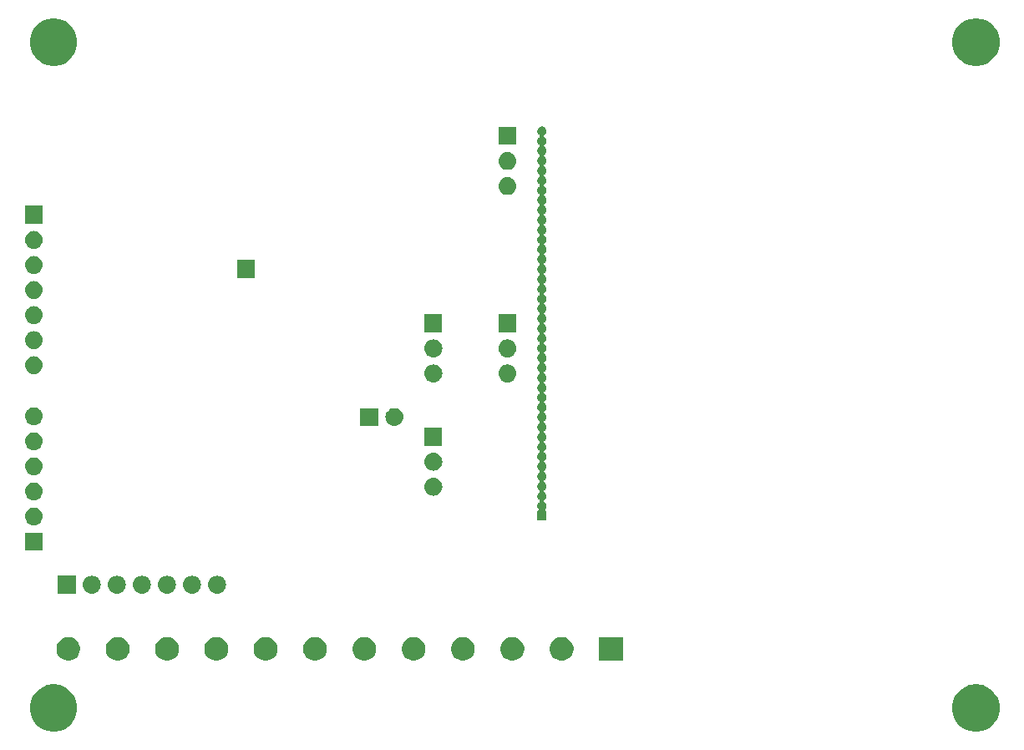
<source format=gbr>
G04 #@! TF.GenerationSoftware,KiCad,Pcbnew,5.1.0*
G04 #@! TF.CreationDate,2019-04-02T01:21:10-05:00*
G04 #@! TF.ProjectId,Cluster,436c7573-7465-4722-9e6b-696361645f70,rev?*
G04 #@! TF.SameCoordinates,Original*
G04 #@! TF.FileFunction,Soldermask,Bot*
G04 #@! TF.FilePolarity,Negative*
%FSLAX46Y46*%
G04 Gerber Fmt 4.6, Leading zero omitted, Abs format (unit mm)*
G04 Created by KiCad (PCBNEW 5.1.0) date 2019-04-02 01:21:10*
%MOMM*%
%LPD*%
G04 APERTURE LIST*
%ADD10C,0.100000*%
G04 APERTURE END LIST*
D10*
G36*
X241468412Y-135645135D02*
G01*
X241700346Y-135691269D01*
X242137300Y-135872262D01*
X242530548Y-136135022D01*
X242864978Y-136469452D01*
X243127738Y-136862700D01*
X243308731Y-137299654D01*
X243401000Y-137763522D01*
X243401000Y-138236478D01*
X243308731Y-138700346D01*
X243127738Y-139137300D01*
X242864978Y-139530548D01*
X242530548Y-139864978D01*
X242137300Y-140127738D01*
X241700346Y-140308731D01*
X241468412Y-140354866D01*
X241236479Y-140401000D01*
X240763521Y-140401000D01*
X240531588Y-140354866D01*
X240299654Y-140308731D01*
X239862700Y-140127738D01*
X239469452Y-139864978D01*
X239135022Y-139530548D01*
X238872262Y-139137300D01*
X238691269Y-138700346D01*
X238599000Y-138236478D01*
X238599000Y-137763522D01*
X238691269Y-137299654D01*
X238872262Y-136862700D01*
X239135022Y-136469452D01*
X239469452Y-136135022D01*
X239862700Y-135872262D01*
X240299654Y-135691269D01*
X240531588Y-135645135D01*
X240763521Y-135599000D01*
X241236479Y-135599000D01*
X241468412Y-135645135D01*
X241468412Y-135645135D01*
G37*
G36*
X147968412Y-135645135D02*
G01*
X148200346Y-135691269D01*
X148637300Y-135872262D01*
X149030548Y-136135022D01*
X149364978Y-136469452D01*
X149627738Y-136862700D01*
X149808731Y-137299654D01*
X149901000Y-137763522D01*
X149901000Y-138236478D01*
X149808731Y-138700346D01*
X149627738Y-139137300D01*
X149364978Y-139530548D01*
X149030548Y-139864978D01*
X148637300Y-140127738D01*
X148200346Y-140308731D01*
X147968412Y-140354866D01*
X147736479Y-140401000D01*
X147263521Y-140401000D01*
X147031588Y-140354866D01*
X146799654Y-140308731D01*
X146362700Y-140127738D01*
X145969452Y-139864978D01*
X145635022Y-139530548D01*
X145372262Y-139137300D01*
X145191269Y-138700346D01*
X145099000Y-138236478D01*
X145099000Y-137763522D01*
X145191269Y-137299654D01*
X145372262Y-136862700D01*
X145635022Y-136469452D01*
X145969452Y-136135022D01*
X146362700Y-135872262D01*
X146799654Y-135691269D01*
X147031588Y-135645135D01*
X147263521Y-135599000D01*
X147736479Y-135599000D01*
X147968412Y-135645135D01*
X147968412Y-135645135D01*
G37*
G36*
X184350318Y-130845153D02*
G01*
X184568885Y-130935687D01*
X184568887Y-130935688D01*
X184765593Y-131067122D01*
X184932878Y-131234407D01*
X185064312Y-131431113D01*
X185064313Y-131431115D01*
X185154847Y-131649682D01*
X185201000Y-131881710D01*
X185201000Y-132118290D01*
X185154847Y-132350318D01*
X185064313Y-132568885D01*
X185064312Y-132568887D01*
X184932878Y-132765593D01*
X184765593Y-132932878D01*
X184568887Y-133064312D01*
X184568886Y-133064313D01*
X184568885Y-133064313D01*
X184350318Y-133154847D01*
X184118290Y-133201000D01*
X183881710Y-133201000D01*
X183649682Y-133154847D01*
X183431115Y-133064313D01*
X183431114Y-133064313D01*
X183431113Y-133064312D01*
X183234407Y-132932878D01*
X183067122Y-132765593D01*
X182935688Y-132568887D01*
X182935687Y-132568885D01*
X182845153Y-132350318D01*
X182799000Y-132118290D01*
X182799000Y-131881710D01*
X182845153Y-131649682D01*
X182935687Y-131431115D01*
X182935688Y-131431113D01*
X183067122Y-131234407D01*
X183234407Y-131067122D01*
X183431113Y-130935688D01*
X183431115Y-130935687D01*
X183649682Y-130845153D01*
X183881710Y-130799000D01*
X184118290Y-130799000D01*
X184350318Y-130845153D01*
X184350318Y-130845153D01*
G37*
G36*
X179350318Y-130845153D02*
G01*
X179568885Y-130935687D01*
X179568887Y-130935688D01*
X179765593Y-131067122D01*
X179932878Y-131234407D01*
X180064312Y-131431113D01*
X180064313Y-131431115D01*
X180154847Y-131649682D01*
X180201000Y-131881710D01*
X180201000Y-132118290D01*
X180154847Y-132350318D01*
X180064313Y-132568885D01*
X180064312Y-132568887D01*
X179932878Y-132765593D01*
X179765593Y-132932878D01*
X179568887Y-133064312D01*
X179568886Y-133064313D01*
X179568885Y-133064313D01*
X179350318Y-133154847D01*
X179118290Y-133201000D01*
X178881710Y-133201000D01*
X178649682Y-133154847D01*
X178431115Y-133064313D01*
X178431114Y-133064313D01*
X178431113Y-133064312D01*
X178234407Y-132932878D01*
X178067122Y-132765593D01*
X177935688Y-132568887D01*
X177935687Y-132568885D01*
X177845153Y-132350318D01*
X177799000Y-132118290D01*
X177799000Y-131881710D01*
X177845153Y-131649682D01*
X177935687Y-131431115D01*
X177935688Y-131431113D01*
X178067122Y-131234407D01*
X178234407Y-131067122D01*
X178431113Y-130935688D01*
X178431115Y-130935687D01*
X178649682Y-130845153D01*
X178881710Y-130799000D01*
X179118290Y-130799000D01*
X179350318Y-130845153D01*
X179350318Y-130845153D01*
G37*
G36*
X174350318Y-130845153D02*
G01*
X174568885Y-130935687D01*
X174568887Y-130935688D01*
X174765593Y-131067122D01*
X174932878Y-131234407D01*
X175064312Y-131431113D01*
X175064313Y-131431115D01*
X175154847Y-131649682D01*
X175201000Y-131881710D01*
X175201000Y-132118290D01*
X175154847Y-132350318D01*
X175064313Y-132568885D01*
X175064312Y-132568887D01*
X174932878Y-132765593D01*
X174765593Y-132932878D01*
X174568887Y-133064312D01*
X174568886Y-133064313D01*
X174568885Y-133064313D01*
X174350318Y-133154847D01*
X174118290Y-133201000D01*
X173881710Y-133201000D01*
X173649682Y-133154847D01*
X173431115Y-133064313D01*
X173431114Y-133064313D01*
X173431113Y-133064312D01*
X173234407Y-132932878D01*
X173067122Y-132765593D01*
X172935688Y-132568887D01*
X172935687Y-132568885D01*
X172845153Y-132350318D01*
X172799000Y-132118290D01*
X172799000Y-131881710D01*
X172845153Y-131649682D01*
X172935687Y-131431115D01*
X172935688Y-131431113D01*
X173067122Y-131234407D01*
X173234407Y-131067122D01*
X173431113Y-130935688D01*
X173431115Y-130935687D01*
X173649682Y-130845153D01*
X173881710Y-130799000D01*
X174118290Y-130799000D01*
X174350318Y-130845153D01*
X174350318Y-130845153D01*
G37*
G36*
X169350318Y-130845153D02*
G01*
X169568885Y-130935687D01*
X169568887Y-130935688D01*
X169765593Y-131067122D01*
X169932878Y-131234407D01*
X170064312Y-131431113D01*
X170064313Y-131431115D01*
X170154847Y-131649682D01*
X170201000Y-131881710D01*
X170201000Y-132118290D01*
X170154847Y-132350318D01*
X170064313Y-132568885D01*
X170064312Y-132568887D01*
X169932878Y-132765593D01*
X169765593Y-132932878D01*
X169568887Y-133064312D01*
X169568886Y-133064313D01*
X169568885Y-133064313D01*
X169350318Y-133154847D01*
X169118290Y-133201000D01*
X168881710Y-133201000D01*
X168649682Y-133154847D01*
X168431115Y-133064313D01*
X168431114Y-133064313D01*
X168431113Y-133064312D01*
X168234407Y-132932878D01*
X168067122Y-132765593D01*
X167935688Y-132568887D01*
X167935687Y-132568885D01*
X167845153Y-132350318D01*
X167799000Y-132118290D01*
X167799000Y-131881710D01*
X167845153Y-131649682D01*
X167935687Y-131431115D01*
X167935688Y-131431113D01*
X168067122Y-131234407D01*
X168234407Y-131067122D01*
X168431113Y-130935688D01*
X168431115Y-130935687D01*
X168649682Y-130845153D01*
X168881710Y-130799000D01*
X169118290Y-130799000D01*
X169350318Y-130845153D01*
X169350318Y-130845153D01*
G37*
G36*
X164350318Y-130845153D02*
G01*
X164568885Y-130935687D01*
X164568887Y-130935688D01*
X164765593Y-131067122D01*
X164932878Y-131234407D01*
X165064312Y-131431113D01*
X165064313Y-131431115D01*
X165154847Y-131649682D01*
X165201000Y-131881710D01*
X165201000Y-132118290D01*
X165154847Y-132350318D01*
X165064313Y-132568885D01*
X165064312Y-132568887D01*
X164932878Y-132765593D01*
X164765593Y-132932878D01*
X164568887Y-133064312D01*
X164568886Y-133064313D01*
X164568885Y-133064313D01*
X164350318Y-133154847D01*
X164118290Y-133201000D01*
X163881710Y-133201000D01*
X163649682Y-133154847D01*
X163431115Y-133064313D01*
X163431114Y-133064313D01*
X163431113Y-133064312D01*
X163234407Y-132932878D01*
X163067122Y-132765593D01*
X162935688Y-132568887D01*
X162935687Y-132568885D01*
X162845153Y-132350318D01*
X162799000Y-132118290D01*
X162799000Y-131881710D01*
X162845153Y-131649682D01*
X162935687Y-131431115D01*
X162935688Y-131431113D01*
X163067122Y-131234407D01*
X163234407Y-131067122D01*
X163431113Y-130935688D01*
X163431115Y-130935687D01*
X163649682Y-130845153D01*
X163881710Y-130799000D01*
X164118290Y-130799000D01*
X164350318Y-130845153D01*
X164350318Y-130845153D01*
G37*
G36*
X159350318Y-130845153D02*
G01*
X159568885Y-130935687D01*
X159568887Y-130935688D01*
X159765593Y-131067122D01*
X159932878Y-131234407D01*
X160064312Y-131431113D01*
X160064313Y-131431115D01*
X160154847Y-131649682D01*
X160201000Y-131881710D01*
X160201000Y-132118290D01*
X160154847Y-132350318D01*
X160064313Y-132568885D01*
X160064312Y-132568887D01*
X159932878Y-132765593D01*
X159765593Y-132932878D01*
X159568887Y-133064312D01*
X159568886Y-133064313D01*
X159568885Y-133064313D01*
X159350318Y-133154847D01*
X159118290Y-133201000D01*
X158881710Y-133201000D01*
X158649682Y-133154847D01*
X158431115Y-133064313D01*
X158431114Y-133064313D01*
X158431113Y-133064312D01*
X158234407Y-132932878D01*
X158067122Y-132765593D01*
X157935688Y-132568887D01*
X157935687Y-132568885D01*
X157845153Y-132350318D01*
X157799000Y-132118290D01*
X157799000Y-131881710D01*
X157845153Y-131649682D01*
X157935687Y-131431115D01*
X157935688Y-131431113D01*
X158067122Y-131234407D01*
X158234407Y-131067122D01*
X158431113Y-130935688D01*
X158431115Y-130935687D01*
X158649682Y-130845153D01*
X158881710Y-130799000D01*
X159118290Y-130799000D01*
X159350318Y-130845153D01*
X159350318Y-130845153D01*
G37*
G36*
X154350318Y-130845153D02*
G01*
X154568885Y-130935687D01*
X154568887Y-130935688D01*
X154765593Y-131067122D01*
X154932878Y-131234407D01*
X155064312Y-131431113D01*
X155064313Y-131431115D01*
X155154847Y-131649682D01*
X155201000Y-131881710D01*
X155201000Y-132118290D01*
X155154847Y-132350318D01*
X155064313Y-132568885D01*
X155064312Y-132568887D01*
X154932878Y-132765593D01*
X154765593Y-132932878D01*
X154568887Y-133064312D01*
X154568886Y-133064313D01*
X154568885Y-133064313D01*
X154350318Y-133154847D01*
X154118290Y-133201000D01*
X153881710Y-133201000D01*
X153649682Y-133154847D01*
X153431115Y-133064313D01*
X153431114Y-133064313D01*
X153431113Y-133064312D01*
X153234407Y-132932878D01*
X153067122Y-132765593D01*
X152935688Y-132568887D01*
X152935687Y-132568885D01*
X152845153Y-132350318D01*
X152799000Y-132118290D01*
X152799000Y-131881710D01*
X152845153Y-131649682D01*
X152935687Y-131431115D01*
X152935688Y-131431113D01*
X153067122Y-131234407D01*
X153234407Y-131067122D01*
X153431113Y-130935688D01*
X153431115Y-130935687D01*
X153649682Y-130845153D01*
X153881710Y-130799000D01*
X154118290Y-130799000D01*
X154350318Y-130845153D01*
X154350318Y-130845153D01*
G37*
G36*
X149350318Y-130845153D02*
G01*
X149568885Y-130935687D01*
X149568887Y-130935688D01*
X149765593Y-131067122D01*
X149932878Y-131234407D01*
X150064312Y-131431113D01*
X150064313Y-131431115D01*
X150154847Y-131649682D01*
X150201000Y-131881710D01*
X150201000Y-132118290D01*
X150154847Y-132350318D01*
X150064313Y-132568885D01*
X150064312Y-132568887D01*
X149932878Y-132765593D01*
X149765593Y-132932878D01*
X149568887Y-133064312D01*
X149568886Y-133064313D01*
X149568885Y-133064313D01*
X149350318Y-133154847D01*
X149118290Y-133201000D01*
X148881710Y-133201000D01*
X148649682Y-133154847D01*
X148431115Y-133064313D01*
X148431114Y-133064313D01*
X148431113Y-133064312D01*
X148234407Y-132932878D01*
X148067122Y-132765593D01*
X147935688Y-132568887D01*
X147935687Y-132568885D01*
X147845153Y-132350318D01*
X147799000Y-132118290D01*
X147799000Y-131881710D01*
X147845153Y-131649682D01*
X147935687Y-131431115D01*
X147935688Y-131431113D01*
X148067122Y-131234407D01*
X148234407Y-131067122D01*
X148431113Y-130935688D01*
X148431115Y-130935687D01*
X148649682Y-130845153D01*
X148881710Y-130799000D01*
X149118290Y-130799000D01*
X149350318Y-130845153D01*
X149350318Y-130845153D01*
G37*
G36*
X189350318Y-130845153D02*
G01*
X189568885Y-130935687D01*
X189568887Y-130935688D01*
X189765593Y-131067122D01*
X189932878Y-131234407D01*
X190064312Y-131431113D01*
X190064313Y-131431115D01*
X190154847Y-131649682D01*
X190201000Y-131881710D01*
X190201000Y-132118290D01*
X190154847Y-132350318D01*
X190064313Y-132568885D01*
X190064312Y-132568887D01*
X189932878Y-132765593D01*
X189765593Y-132932878D01*
X189568887Y-133064312D01*
X189568886Y-133064313D01*
X189568885Y-133064313D01*
X189350318Y-133154847D01*
X189118290Y-133201000D01*
X188881710Y-133201000D01*
X188649682Y-133154847D01*
X188431115Y-133064313D01*
X188431114Y-133064313D01*
X188431113Y-133064312D01*
X188234407Y-132932878D01*
X188067122Y-132765593D01*
X187935688Y-132568887D01*
X187935687Y-132568885D01*
X187845153Y-132350318D01*
X187799000Y-132118290D01*
X187799000Y-131881710D01*
X187845153Y-131649682D01*
X187935687Y-131431115D01*
X187935688Y-131431113D01*
X188067122Y-131234407D01*
X188234407Y-131067122D01*
X188431113Y-130935688D01*
X188431115Y-130935687D01*
X188649682Y-130845153D01*
X188881710Y-130799000D01*
X189118290Y-130799000D01*
X189350318Y-130845153D01*
X189350318Y-130845153D01*
G37*
G36*
X194350318Y-130845153D02*
G01*
X194568885Y-130935687D01*
X194568887Y-130935688D01*
X194765593Y-131067122D01*
X194932878Y-131234407D01*
X195064312Y-131431113D01*
X195064313Y-131431115D01*
X195154847Y-131649682D01*
X195201000Y-131881710D01*
X195201000Y-132118290D01*
X195154847Y-132350318D01*
X195064313Y-132568885D01*
X195064312Y-132568887D01*
X194932878Y-132765593D01*
X194765593Y-132932878D01*
X194568887Y-133064312D01*
X194568886Y-133064313D01*
X194568885Y-133064313D01*
X194350318Y-133154847D01*
X194118290Y-133201000D01*
X193881710Y-133201000D01*
X193649682Y-133154847D01*
X193431115Y-133064313D01*
X193431114Y-133064313D01*
X193431113Y-133064312D01*
X193234407Y-132932878D01*
X193067122Y-132765593D01*
X192935688Y-132568887D01*
X192935687Y-132568885D01*
X192845153Y-132350318D01*
X192799000Y-132118290D01*
X192799000Y-131881710D01*
X192845153Y-131649682D01*
X192935687Y-131431115D01*
X192935688Y-131431113D01*
X193067122Y-131234407D01*
X193234407Y-131067122D01*
X193431113Y-130935688D01*
X193431115Y-130935687D01*
X193649682Y-130845153D01*
X193881710Y-130799000D01*
X194118290Y-130799000D01*
X194350318Y-130845153D01*
X194350318Y-130845153D01*
G37*
G36*
X199350318Y-130845153D02*
G01*
X199568885Y-130935687D01*
X199568887Y-130935688D01*
X199765593Y-131067122D01*
X199932878Y-131234407D01*
X200064312Y-131431113D01*
X200064313Y-131431115D01*
X200154847Y-131649682D01*
X200201000Y-131881710D01*
X200201000Y-132118290D01*
X200154847Y-132350318D01*
X200064313Y-132568885D01*
X200064312Y-132568887D01*
X199932878Y-132765593D01*
X199765593Y-132932878D01*
X199568887Y-133064312D01*
X199568886Y-133064313D01*
X199568885Y-133064313D01*
X199350318Y-133154847D01*
X199118290Y-133201000D01*
X198881710Y-133201000D01*
X198649682Y-133154847D01*
X198431115Y-133064313D01*
X198431114Y-133064313D01*
X198431113Y-133064312D01*
X198234407Y-132932878D01*
X198067122Y-132765593D01*
X197935688Y-132568887D01*
X197935687Y-132568885D01*
X197845153Y-132350318D01*
X197799000Y-132118290D01*
X197799000Y-131881710D01*
X197845153Y-131649682D01*
X197935687Y-131431115D01*
X197935688Y-131431113D01*
X198067122Y-131234407D01*
X198234407Y-131067122D01*
X198431113Y-130935688D01*
X198431115Y-130935687D01*
X198649682Y-130845153D01*
X198881710Y-130799000D01*
X199118290Y-130799000D01*
X199350318Y-130845153D01*
X199350318Y-130845153D01*
G37*
G36*
X205201000Y-133201000D02*
G01*
X202799000Y-133201000D01*
X202799000Y-130799000D01*
X205201000Y-130799000D01*
X205201000Y-133201000D01*
X205201000Y-133201000D01*
G37*
G36*
X164190443Y-124605519D02*
G01*
X164256627Y-124612037D01*
X164426466Y-124663557D01*
X164582991Y-124747222D01*
X164618729Y-124776552D01*
X164720186Y-124859814D01*
X164803448Y-124961271D01*
X164832778Y-124997009D01*
X164916443Y-125153534D01*
X164967963Y-125323373D01*
X164985359Y-125500000D01*
X164967963Y-125676627D01*
X164916443Y-125846466D01*
X164832778Y-126002991D01*
X164803448Y-126038729D01*
X164720186Y-126140186D01*
X164618729Y-126223448D01*
X164582991Y-126252778D01*
X164426466Y-126336443D01*
X164256627Y-126387963D01*
X164190443Y-126394481D01*
X164124260Y-126401000D01*
X164035740Y-126401000D01*
X163969557Y-126394481D01*
X163903373Y-126387963D01*
X163733534Y-126336443D01*
X163577009Y-126252778D01*
X163541271Y-126223448D01*
X163439814Y-126140186D01*
X163356552Y-126038729D01*
X163327222Y-126002991D01*
X163243557Y-125846466D01*
X163192037Y-125676627D01*
X163174641Y-125500000D01*
X163192037Y-125323373D01*
X163243557Y-125153534D01*
X163327222Y-124997009D01*
X163356552Y-124961271D01*
X163439814Y-124859814D01*
X163541271Y-124776552D01*
X163577009Y-124747222D01*
X163733534Y-124663557D01*
X163903373Y-124612037D01*
X163969557Y-124605519D01*
X164035740Y-124599000D01*
X164124260Y-124599000D01*
X164190443Y-124605519D01*
X164190443Y-124605519D01*
G37*
G36*
X161650443Y-124605519D02*
G01*
X161716627Y-124612037D01*
X161886466Y-124663557D01*
X162042991Y-124747222D01*
X162078729Y-124776552D01*
X162180186Y-124859814D01*
X162263448Y-124961271D01*
X162292778Y-124997009D01*
X162376443Y-125153534D01*
X162427963Y-125323373D01*
X162445359Y-125500000D01*
X162427963Y-125676627D01*
X162376443Y-125846466D01*
X162292778Y-126002991D01*
X162263448Y-126038729D01*
X162180186Y-126140186D01*
X162078729Y-126223448D01*
X162042991Y-126252778D01*
X161886466Y-126336443D01*
X161716627Y-126387963D01*
X161650443Y-126394481D01*
X161584260Y-126401000D01*
X161495740Y-126401000D01*
X161429557Y-126394481D01*
X161363373Y-126387963D01*
X161193534Y-126336443D01*
X161037009Y-126252778D01*
X161001271Y-126223448D01*
X160899814Y-126140186D01*
X160816552Y-126038729D01*
X160787222Y-126002991D01*
X160703557Y-125846466D01*
X160652037Y-125676627D01*
X160634641Y-125500000D01*
X160652037Y-125323373D01*
X160703557Y-125153534D01*
X160787222Y-124997009D01*
X160816552Y-124961271D01*
X160899814Y-124859814D01*
X161001271Y-124776552D01*
X161037009Y-124747222D01*
X161193534Y-124663557D01*
X161363373Y-124612037D01*
X161429557Y-124605519D01*
X161495740Y-124599000D01*
X161584260Y-124599000D01*
X161650443Y-124605519D01*
X161650443Y-124605519D01*
G37*
G36*
X159110443Y-124605519D02*
G01*
X159176627Y-124612037D01*
X159346466Y-124663557D01*
X159502991Y-124747222D01*
X159538729Y-124776552D01*
X159640186Y-124859814D01*
X159723448Y-124961271D01*
X159752778Y-124997009D01*
X159836443Y-125153534D01*
X159887963Y-125323373D01*
X159905359Y-125500000D01*
X159887963Y-125676627D01*
X159836443Y-125846466D01*
X159752778Y-126002991D01*
X159723448Y-126038729D01*
X159640186Y-126140186D01*
X159538729Y-126223448D01*
X159502991Y-126252778D01*
X159346466Y-126336443D01*
X159176627Y-126387963D01*
X159110443Y-126394481D01*
X159044260Y-126401000D01*
X158955740Y-126401000D01*
X158889557Y-126394481D01*
X158823373Y-126387963D01*
X158653534Y-126336443D01*
X158497009Y-126252778D01*
X158461271Y-126223448D01*
X158359814Y-126140186D01*
X158276552Y-126038729D01*
X158247222Y-126002991D01*
X158163557Y-125846466D01*
X158112037Y-125676627D01*
X158094641Y-125500000D01*
X158112037Y-125323373D01*
X158163557Y-125153534D01*
X158247222Y-124997009D01*
X158276552Y-124961271D01*
X158359814Y-124859814D01*
X158461271Y-124776552D01*
X158497009Y-124747222D01*
X158653534Y-124663557D01*
X158823373Y-124612037D01*
X158889557Y-124605519D01*
X158955740Y-124599000D01*
X159044260Y-124599000D01*
X159110443Y-124605519D01*
X159110443Y-124605519D01*
G37*
G36*
X156570443Y-124605519D02*
G01*
X156636627Y-124612037D01*
X156806466Y-124663557D01*
X156962991Y-124747222D01*
X156998729Y-124776552D01*
X157100186Y-124859814D01*
X157183448Y-124961271D01*
X157212778Y-124997009D01*
X157296443Y-125153534D01*
X157347963Y-125323373D01*
X157365359Y-125500000D01*
X157347963Y-125676627D01*
X157296443Y-125846466D01*
X157212778Y-126002991D01*
X157183448Y-126038729D01*
X157100186Y-126140186D01*
X156998729Y-126223448D01*
X156962991Y-126252778D01*
X156806466Y-126336443D01*
X156636627Y-126387963D01*
X156570443Y-126394481D01*
X156504260Y-126401000D01*
X156415740Y-126401000D01*
X156349557Y-126394481D01*
X156283373Y-126387963D01*
X156113534Y-126336443D01*
X155957009Y-126252778D01*
X155921271Y-126223448D01*
X155819814Y-126140186D01*
X155736552Y-126038729D01*
X155707222Y-126002991D01*
X155623557Y-125846466D01*
X155572037Y-125676627D01*
X155554641Y-125500000D01*
X155572037Y-125323373D01*
X155623557Y-125153534D01*
X155707222Y-124997009D01*
X155736552Y-124961271D01*
X155819814Y-124859814D01*
X155921271Y-124776552D01*
X155957009Y-124747222D01*
X156113534Y-124663557D01*
X156283373Y-124612037D01*
X156349557Y-124605519D01*
X156415740Y-124599000D01*
X156504260Y-124599000D01*
X156570443Y-124605519D01*
X156570443Y-124605519D01*
G37*
G36*
X154030443Y-124605519D02*
G01*
X154096627Y-124612037D01*
X154266466Y-124663557D01*
X154422991Y-124747222D01*
X154458729Y-124776552D01*
X154560186Y-124859814D01*
X154643448Y-124961271D01*
X154672778Y-124997009D01*
X154756443Y-125153534D01*
X154807963Y-125323373D01*
X154825359Y-125500000D01*
X154807963Y-125676627D01*
X154756443Y-125846466D01*
X154672778Y-126002991D01*
X154643448Y-126038729D01*
X154560186Y-126140186D01*
X154458729Y-126223448D01*
X154422991Y-126252778D01*
X154266466Y-126336443D01*
X154096627Y-126387963D01*
X154030443Y-126394481D01*
X153964260Y-126401000D01*
X153875740Y-126401000D01*
X153809557Y-126394481D01*
X153743373Y-126387963D01*
X153573534Y-126336443D01*
X153417009Y-126252778D01*
X153381271Y-126223448D01*
X153279814Y-126140186D01*
X153196552Y-126038729D01*
X153167222Y-126002991D01*
X153083557Y-125846466D01*
X153032037Y-125676627D01*
X153014641Y-125500000D01*
X153032037Y-125323373D01*
X153083557Y-125153534D01*
X153167222Y-124997009D01*
X153196552Y-124961271D01*
X153279814Y-124859814D01*
X153381271Y-124776552D01*
X153417009Y-124747222D01*
X153573534Y-124663557D01*
X153743373Y-124612037D01*
X153809557Y-124605519D01*
X153875740Y-124599000D01*
X153964260Y-124599000D01*
X154030443Y-124605519D01*
X154030443Y-124605519D01*
G37*
G36*
X151490443Y-124605519D02*
G01*
X151556627Y-124612037D01*
X151726466Y-124663557D01*
X151882991Y-124747222D01*
X151918729Y-124776552D01*
X152020186Y-124859814D01*
X152103448Y-124961271D01*
X152132778Y-124997009D01*
X152216443Y-125153534D01*
X152267963Y-125323373D01*
X152285359Y-125500000D01*
X152267963Y-125676627D01*
X152216443Y-125846466D01*
X152132778Y-126002991D01*
X152103448Y-126038729D01*
X152020186Y-126140186D01*
X151918729Y-126223448D01*
X151882991Y-126252778D01*
X151726466Y-126336443D01*
X151556627Y-126387963D01*
X151490443Y-126394481D01*
X151424260Y-126401000D01*
X151335740Y-126401000D01*
X151269557Y-126394481D01*
X151203373Y-126387963D01*
X151033534Y-126336443D01*
X150877009Y-126252778D01*
X150841271Y-126223448D01*
X150739814Y-126140186D01*
X150656552Y-126038729D01*
X150627222Y-126002991D01*
X150543557Y-125846466D01*
X150492037Y-125676627D01*
X150474641Y-125500000D01*
X150492037Y-125323373D01*
X150543557Y-125153534D01*
X150627222Y-124997009D01*
X150656552Y-124961271D01*
X150739814Y-124859814D01*
X150841271Y-124776552D01*
X150877009Y-124747222D01*
X151033534Y-124663557D01*
X151203373Y-124612037D01*
X151269557Y-124605519D01*
X151335740Y-124599000D01*
X151424260Y-124599000D01*
X151490443Y-124605519D01*
X151490443Y-124605519D01*
G37*
G36*
X149741000Y-126401000D02*
G01*
X147939000Y-126401000D01*
X147939000Y-124599000D01*
X149741000Y-124599000D01*
X149741000Y-126401000D01*
X149741000Y-126401000D01*
G37*
G36*
X146401000Y-122021000D02*
G01*
X144599000Y-122021000D01*
X144599000Y-120219000D01*
X146401000Y-120219000D01*
X146401000Y-122021000D01*
X146401000Y-122021000D01*
G37*
G36*
X145585288Y-117683041D02*
G01*
X145676627Y-117692037D01*
X145846466Y-117743557D01*
X146002991Y-117827222D01*
X146038729Y-117856552D01*
X146140186Y-117939814D01*
X146223448Y-118041271D01*
X146252778Y-118077009D01*
X146336443Y-118233534D01*
X146387963Y-118403373D01*
X146405359Y-118580000D01*
X146387963Y-118756627D01*
X146336443Y-118926466D01*
X146252778Y-119082991D01*
X146223448Y-119118729D01*
X146140186Y-119220186D01*
X146038729Y-119303448D01*
X146002991Y-119332778D01*
X145846466Y-119416443D01*
X145676627Y-119467963D01*
X145610443Y-119474481D01*
X145544260Y-119481000D01*
X145455740Y-119481000D01*
X145389557Y-119474481D01*
X145323373Y-119467963D01*
X145153534Y-119416443D01*
X144997009Y-119332778D01*
X144961271Y-119303448D01*
X144859814Y-119220186D01*
X144776552Y-119118729D01*
X144747222Y-119082991D01*
X144663557Y-118926466D01*
X144612037Y-118756627D01*
X144594641Y-118580000D01*
X144612037Y-118403373D01*
X144663557Y-118233534D01*
X144747222Y-118077009D01*
X144776552Y-118041271D01*
X144859814Y-117939814D01*
X144961271Y-117856552D01*
X144997009Y-117827222D01*
X145153534Y-117743557D01*
X145323373Y-117692037D01*
X145414712Y-117683041D01*
X145455740Y-117679000D01*
X145544260Y-117679000D01*
X145585288Y-117683041D01*
X145585288Y-117683041D01*
G37*
G36*
X197093312Y-79030887D02*
G01*
X197183039Y-79058106D01*
X197265731Y-79102306D01*
X197338211Y-79161789D01*
X197397694Y-79234269D01*
X197441894Y-79316961D01*
X197469113Y-79406688D01*
X197478303Y-79500000D01*
X197469113Y-79593312D01*
X197441894Y-79683039D01*
X197397694Y-79765731D01*
X197338211Y-79838211D01*
X197265731Y-79897694D01*
X197265726Y-79897697D01*
X197258808Y-79903374D01*
X197241481Y-79920701D01*
X197227867Y-79941075D01*
X197218490Y-79963714D01*
X197213709Y-79987747D01*
X197213709Y-80012251D01*
X197218489Y-80036285D01*
X197227866Y-80058924D01*
X197241480Y-80079298D01*
X197258808Y-80096626D01*
X197265726Y-80102303D01*
X197265731Y-80102306D01*
X197338211Y-80161789D01*
X197397694Y-80234269D01*
X197441894Y-80316961D01*
X197469113Y-80406688D01*
X197478303Y-80500000D01*
X197469113Y-80593312D01*
X197441894Y-80683039D01*
X197397694Y-80765731D01*
X197338211Y-80838211D01*
X197265731Y-80897694D01*
X197265726Y-80897697D01*
X197258808Y-80903374D01*
X197241481Y-80920701D01*
X197227867Y-80941075D01*
X197218490Y-80963714D01*
X197213709Y-80987747D01*
X197213709Y-81012251D01*
X197218489Y-81036285D01*
X197227866Y-81058924D01*
X197241480Y-81079298D01*
X197258808Y-81096626D01*
X197265726Y-81102303D01*
X197265731Y-81102306D01*
X197338211Y-81161789D01*
X197397694Y-81234269D01*
X197441894Y-81316961D01*
X197469113Y-81406688D01*
X197478303Y-81500000D01*
X197469113Y-81593312D01*
X197441894Y-81683039D01*
X197397694Y-81765731D01*
X197338211Y-81838211D01*
X197265731Y-81897694D01*
X197265726Y-81897697D01*
X197258808Y-81903374D01*
X197241481Y-81920701D01*
X197227867Y-81941075D01*
X197218490Y-81963714D01*
X197213709Y-81987747D01*
X197213709Y-82012251D01*
X197218489Y-82036285D01*
X197227866Y-82058924D01*
X197241480Y-82079298D01*
X197258808Y-82096626D01*
X197265726Y-82102303D01*
X197265731Y-82102306D01*
X197338211Y-82161789D01*
X197397694Y-82234269D01*
X197441894Y-82316961D01*
X197469113Y-82406688D01*
X197478303Y-82500000D01*
X197469113Y-82593312D01*
X197441894Y-82683039D01*
X197397694Y-82765731D01*
X197338211Y-82838211D01*
X197265731Y-82897694D01*
X197265726Y-82897697D01*
X197258808Y-82903374D01*
X197241481Y-82920701D01*
X197227867Y-82941075D01*
X197218490Y-82963714D01*
X197213709Y-82987747D01*
X197213709Y-83012251D01*
X197218489Y-83036285D01*
X197227866Y-83058924D01*
X197241480Y-83079298D01*
X197258808Y-83096626D01*
X197265726Y-83102303D01*
X197265731Y-83102306D01*
X197338211Y-83161789D01*
X197397694Y-83234269D01*
X197441894Y-83316961D01*
X197469113Y-83406688D01*
X197478303Y-83500000D01*
X197469113Y-83593312D01*
X197441894Y-83683039D01*
X197397694Y-83765731D01*
X197338211Y-83838211D01*
X197265731Y-83897694D01*
X197265726Y-83897697D01*
X197258808Y-83903374D01*
X197241481Y-83920701D01*
X197227867Y-83941075D01*
X197218490Y-83963714D01*
X197213709Y-83987747D01*
X197213709Y-84012251D01*
X197218489Y-84036285D01*
X197227866Y-84058924D01*
X197241480Y-84079298D01*
X197258808Y-84096626D01*
X197265726Y-84102303D01*
X197265731Y-84102306D01*
X197338211Y-84161789D01*
X197397694Y-84234269D01*
X197441894Y-84316961D01*
X197469113Y-84406688D01*
X197478303Y-84500000D01*
X197469113Y-84593312D01*
X197441894Y-84683039D01*
X197397694Y-84765731D01*
X197338211Y-84838211D01*
X197265731Y-84897694D01*
X197265726Y-84897697D01*
X197258808Y-84903374D01*
X197241481Y-84920701D01*
X197227867Y-84941075D01*
X197218490Y-84963714D01*
X197213709Y-84987747D01*
X197213709Y-85012251D01*
X197218489Y-85036285D01*
X197227866Y-85058924D01*
X197241480Y-85079298D01*
X197258808Y-85096626D01*
X197265726Y-85102303D01*
X197265731Y-85102306D01*
X197338211Y-85161789D01*
X197397694Y-85234269D01*
X197441894Y-85316961D01*
X197469113Y-85406688D01*
X197478303Y-85500000D01*
X197469113Y-85593312D01*
X197441894Y-85683039D01*
X197397694Y-85765731D01*
X197338211Y-85838211D01*
X197265731Y-85897694D01*
X197265726Y-85897697D01*
X197258808Y-85903374D01*
X197241481Y-85920701D01*
X197227867Y-85941075D01*
X197218490Y-85963714D01*
X197213709Y-85987747D01*
X197213709Y-86012251D01*
X197218489Y-86036285D01*
X197227866Y-86058924D01*
X197241480Y-86079298D01*
X197258808Y-86096626D01*
X197265726Y-86102303D01*
X197265731Y-86102306D01*
X197338211Y-86161789D01*
X197397694Y-86234269D01*
X197441894Y-86316961D01*
X197469113Y-86406688D01*
X197478303Y-86500000D01*
X197469113Y-86593312D01*
X197441894Y-86683039D01*
X197397694Y-86765731D01*
X197338211Y-86838211D01*
X197265731Y-86897694D01*
X197265726Y-86897697D01*
X197258808Y-86903374D01*
X197241481Y-86920701D01*
X197227867Y-86941075D01*
X197218490Y-86963714D01*
X197213709Y-86987747D01*
X197213709Y-87012251D01*
X197218489Y-87036285D01*
X197227866Y-87058924D01*
X197241480Y-87079298D01*
X197258808Y-87096626D01*
X197265726Y-87102303D01*
X197265731Y-87102306D01*
X197338211Y-87161789D01*
X197397694Y-87234269D01*
X197441894Y-87316961D01*
X197469113Y-87406688D01*
X197478303Y-87500000D01*
X197469113Y-87593312D01*
X197441894Y-87683039D01*
X197397694Y-87765731D01*
X197338211Y-87838211D01*
X197265731Y-87897694D01*
X197265726Y-87897697D01*
X197258808Y-87903374D01*
X197241481Y-87920701D01*
X197227867Y-87941075D01*
X197218490Y-87963714D01*
X197213709Y-87987747D01*
X197213709Y-88012251D01*
X197218489Y-88036285D01*
X197227866Y-88058924D01*
X197241480Y-88079298D01*
X197258808Y-88096626D01*
X197265726Y-88102303D01*
X197265731Y-88102306D01*
X197338211Y-88161789D01*
X197397694Y-88234269D01*
X197441894Y-88316961D01*
X197469113Y-88406688D01*
X197478303Y-88500000D01*
X197469113Y-88593312D01*
X197441894Y-88683039D01*
X197397694Y-88765731D01*
X197338211Y-88838211D01*
X197265731Y-88897694D01*
X197265726Y-88897697D01*
X197258808Y-88903374D01*
X197241481Y-88920701D01*
X197227867Y-88941075D01*
X197218490Y-88963714D01*
X197213709Y-88987747D01*
X197213709Y-89012251D01*
X197218489Y-89036285D01*
X197227866Y-89058924D01*
X197241480Y-89079298D01*
X197258808Y-89096626D01*
X197265726Y-89102303D01*
X197265731Y-89102306D01*
X197338211Y-89161789D01*
X197397694Y-89234269D01*
X197441894Y-89316961D01*
X197469113Y-89406688D01*
X197478303Y-89500000D01*
X197469113Y-89593312D01*
X197441894Y-89683039D01*
X197397694Y-89765731D01*
X197338211Y-89838211D01*
X197265731Y-89897694D01*
X197265726Y-89897697D01*
X197258808Y-89903374D01*
X197241481Y-89920701D01*
X197227867Y-89941075D01*
X197218490Y-89963714D01*
X197213709Y-89987747D01*
X197213709Y-90012251D01*
X197218489Y-90036285D01*
X197227866Y-90058924D01*
X197241480Y-90079298D01*
X197258808Y-90096626D01*
X197265726Y-90102303D01*
X197265731Y-90102306D01*
X197338211Y-90161789D01*
X197397694Y-90234269D01*
X197441894Y-90316961D01*
X197469113Y-90406688D01*
X197478303Y-90500000D01*
X197469113Y-90593312D01*
X197441894Y-90683039D01*
X197397694Y-90765731D01*
X197338211Y-90838211D01*
X197265731Y-90897694D01*
X197265726Y-90897697D01*
X197258808Y-90903374D01*
X197241481Y-90920701D01*
X197227867Y-90941075D01*
X197218490Y-90963714D01*
X197213709Y-90987747D01*
X197213709Y-91012251D01*
X197218489Y-91036285D01*
X197227866Y-91058924D01*
X197241480Y-91079298D01*
X197258808Y-91096626D01*
X197265726Y-91102303D01*
X197265731Y-91102306D01*
X197338211Y-91161789D01*
X197397694Y-91234269D01*
X197441894Y-91316961D01*
X197469113Y-91406688D01*
X197478303Y-91500000D01*
X197469113Y-91593312D01*
X197441894Y-91683039D01*
X197397694Y-91765731D01*
X197338211Y-91838211D01*
X197265731Y-91897694D01*
X197265726Y-91897697D01*
X197258808Y-91903374D01*
X197241481Y-91920701D01*
X197227867Y-91941075D01*
X197218490Y-91963714D01*
X197213709Y-91987747D01*
X197213709Y-92012251D01*
X197218489Y-92036285D01*
X197227866Y-92058924D01*
X197241480Y-92079298D01*
X197258808Y-92096626D01*
X197265726Y-92102303D01*
X197265731Y-92102306D01*
X197338211Y-92161789D01*
X197397694Y-92234269D01*
X197441894Y-92316961D01*
X197469113Y-92406688D01*
X197478303Y-92500000D01*
X197469113Y-92593312D01*
X197441894Y-92683039D01*
X197397694Y-92765731D01*
X197338211Y-92838211D01*
X197265731Y-92897694D01*
X197265726Y-92897697D01*
X197258808Y-92903374D01*
X197241481Y-92920701D01*
X197227867Y-92941075D01*
X197218490Y-92963714D01*
X197213709Y-92987747D01*
X197213709Y-93012251D01*
X197218489Y-93036285D01*
X197227866Y-93058924D01*
X197241480Y-93079298D01*
X197258808Y-93096626D01*
X197265726Y-93102303D01*
X197265731Y-93102306D01*
X197338211Y-93161789D01*
X197397694Y-93234269D01*
X197441894Y-93316961D01*
X197469113Y-93406688D01*
X197478303Y-93500000D01*
X197469113Y-93593312D01*
X197441894Y-93683039D01*
X197397694Y-93765731D01*
X197338211Y-93838211D01*
X197265731Y-93897694D01*
X197265726Y-93897697D01*
X197258808Y-93903374D01*
X197241481Y-93920701D01*
X197227867Y-93941075D01*
X197218490Y-93963714D01*
X197213709Y-93987747D01*
X197213709Y-94012251D01*
X197218489Y-94036285D01*
X197227866Y-94058924D01*
X197241480Y-94079298D01*
X197258808Y-94096626D01*
X197265726Y-94102303D01*
X197265731Y-94102306D01*
X197338211Y-94161789D01*
X197397694Y-94234269D01*
X197441894Y-94316961D01*
X197469113Y-94406688D01*
X197478303Y-94500000D01*
X197469113Y-94593312D01*
X197441894Y-94683039D01*
X197397694Y-94765731D01*
X197338211Y-94838211D01*
X197265731Y-94897694D01*
X197265726Y-94897697D01*
X197258808Y-94903374D01*
X197241481Y-94920701D01*
X197227867Y-94941075D01*
X197218490Y-94963714D01*
X197213709Y-94987747D01*
X197213709Y-95012251D01*
X197218489Y-95036285D01*
X197227866Y-95058924D01*
X197241480Y-95079298D01*
X197258808Y-95096626D01*
X197265726Y-95102303D01*
X197265731Y-95102306D01*
X197338211Y-95161789D01*
X197397694Y-95234269D01*
X197441894Y-95316961D01*
X197469113Y-95406688D01*
X197478303Y-95500000D01*
X197469113Y-95593312D01*
X197441894Y-95683039D01*
X197397694Y-95765731D01*
X197338211Y-95838211D01*
X197265731Y-95897694D01*
X197265726Y-95897697D01*
X197258808Y-95903374D01*
X197241481Y-95920701D01*
X197227867Y-95941075D01*
X197218490Y-95963714D01*
X197213709Y-95987747D01*
X197213709Y-96012251D01*
X197218489Y-96036285D01*
X197227866Y-96058924D01*
X197241480Y-96079298D01*
X197258808Y-96096626D01*
X197265726Y-96102303D01*
X197265731Y-96102306D01*
X197338211Y-96161789D01*
X197397694Y-96234269D01*
X197441894Y-96316961D01*
X197469113Y-96406688D01*
X197478303Y-96500000D01*
X197469113Y-96593312D01*
X197441894Y-96683039D01*
X197397694Y-96765731D01*
X197338211Y-96838211D01*
X197265731Y-96897694D01*
X197265726Y-96897697D01*
X197258808Y-96903374D01*
X197241481Y-96920701D01*
X197227867Y-96941075D01*
X197218490Y-96963714D01*
X197213709Y-96987747D01*
X197213709Y-97012251D01*
X197218489Y-97036285D01*
X197227866Y-97058924D01*
X197241480Y-97079298D01*
X197258808Y-97096626D01*
X197265726Y-97102303D01*
X197265731Y-97102306D01*
X197338211Y-97161789D01*
X197397694Y-97234269D01*
X197441894Y-97316961D01*
X197469113Y-97406688D01*
X197478303Y-97500000D01*
X197469113Y-97593312D01*
X197441894Y-97683039D01*
X197397694Y-97765731D01*
X197338211Y-97838211D01*
X197265731Y-97897694D01*
X197265726Y-97897697D01*
X197258808Y-97903374D01*
X197241481Y-97920701D01*
X197227867Y-97941075D01*
X197218490Y-97963714D01*
X197213709Y-97987747D01*
X197213709Y-98012251D01*
X197218489Y-98036285D01*
X197227866Y-98058924D01*
X197241480Y-98079298D01*
X197258808Y-98096626D01*
X197265726Y-98102303D01*
X197265731Y-98102306D01*
X197338211Y-98161789D01*
X197397694Y-98234269D01*
X197441894Y-98316961D01*
X197469113Y-98406688D01*
X197478303Y-98500000D01*
X197469113Y-98593312D01*
X197441894Y-98683039D01*
X197397694Y-98765731D01*
X197338211Y-98838211D01*
X197265731Y-98897694D01*
X197265726Y-98897697D01*
X197258808Y-98903374D01*
X197241481Y-98920701D01*
X197227867Y-98941075D01*
X197218490Y-98963714D01*
X197213709Y-98987747D01*
X197213709Y-99012251D01*
X197218489Y-99036285D01*
X197227866Y-99058924D01*
X197241480Y-99079298D01*
X197258808Y-99096626D01*
X197265726Y-99102303D01*
X197265731Y-99102306D01*
X197338211Y-99161789D01*
X197397694Y-99234269D01*
X197441894Y-99316961D01*
X197469113Y-99406688D01*
X197478303Y-99500000D01*
X197469113Y-99593312D01*
X197441894Y-99683039D01*
X197397694Y-99765731D01*
X197338211Y-99838211D01*
X197265731Y-99897694D01*
X197265726Y-99897697D01*
X197258808Y-99903374D01*
X197241481Y-99920701D01*
X197227867Y-99941075D01*
X197218490Y-99963714D01*
X197213709Y-99987747D01*
X197213709Y-100012251D01*
X197218489Y-100036285D01*
X197227866Y-100058924D01*
X197241480Y-100079298D01*
X197258808Y-100096626D01*
X197265726Y-100102303D01*
X197265731Y-100102306D01*
X197338211Y-100161789D01*
X197397694Y-100234269D01*
X197441894Y-100316961D01*
X197469113Y-100406688D01*
X197478303Y-100500000D01*
X197469113Y-100593312D01*
X197441894Y-100683039D01*
X197397694Y-100765731D01*
X197338211Y-100838211D01*
X197265731Y-100897694D01*
X197265726Y-100897697D01*
X197258808Y-100903374D01*
X197241481Y-100920701D01*
X197227867Y-100941075D01*
X197218490Y-100963714D01*
X197213709Y-100987747D01*
X197213709Y-101012251D01*
X197218489Y-101036285D01*
X197227866Y-101058924D01*
X197241480Y-101079298D01*
X197258808Y-101096626D01*
X197265726Y-101102303D01*
X197265731Y-101102306D01*
X197338211Y-101161789D01*
X197397694Y-101234269D01*
X197441894Y-101316961D01*
X197469113Y-101406688D01*
X197478303Y-101500000D01*
X197469113Y-101593312D01*
X197441894Y-101683039D01*
X197397694Y-101765731D01*
X197338211Y-101838211D01*
X197265731Y-101897694D01*
X197265726Y-101897697D01*
X197258808Y-101903374D01*
X197241481Y-101920701D01*
X197227867Y-101941075D01*
X197218490Y-101963714D01*
X197213709Y-101987747D01*
X197213709Y-102012251D01*
X197218489Y-102036285D01*
X197227866Y-102058924D01*
X197241480Y-102079298D01*
X197258808Y-102096626D01*
X197265726Y-102102303D01*
X197265731Y-102102306D01*
X197338211Y-102161789D01*
X197397694Y-102234269D01*
X197441894Y-102316961D01*
X197469113Y-102406688D01*
X197478303Y-102500000D01*
X197469113Y-102593312D01*
X197441894Y-102683039D01*
X197397694Y-102765731D01*
X197338211Y-102838211D01*
X197265731Y-102897694D01*
X197265726Y-102897697D01*
X197258808Y-102903374D01*
X197241481Y-102920701D01*
X197227867Y-102941075D01*
X197218490Y-102963714D01*
X197213709Y-102987747D01*
X197213709Y-103012251D01*
X197218489Y-103036285D01*
X197227866Y-103058924D01*
X197241480Y-103079298D01*
X197258808Y-103096626D01*
X197265726Y-103102303D01*
X197265731Y-103102306D01*
X197338211Y-103161789D01*
X197397694Y-103234269D01*
X197441894Y-103316961D01*
X197469113Y-103406688D01*
X197478303Y-103500000D01*
X197469113Y-103593312D01*
X197441894Y-103683039D01*
X197397694Y-103765731D01*
X197338211Y-103838211D01*
X197265731Y-103897694D01*
X197265726Y-103897697D01*
X197258808Y-103903374D01*
X197241481Y-103920701D01*
X197227867Y-103941075D01*
X197218490Y-103963714D01*
X197213709Y-103987747D01*
X197213709Y-104012251D01*
X197218489Y-104036285D01*
X197227866Y-104058924D01*
X197241480Y-104079298D01*
X197258808Y-104096626D01*
X197265726Y-104102303D01*
X197265731Y-104102306D01*
X197338211Y-104161789D01*
X197397694Y-104234269D01*
X197441894Y-104316961D01*
X197469113Y-104406688D01*
X197478303Y-104500000D01*
X197469113Y-104593312D01*
X197441894Y-104683039D01*
X197397694Y-104765731D01*
X197338211Y-104838211D01*
X197265731Y-104897694D01*
X197265726Y-104897697D01*
X197258808Y-104903374D01*
X197241481Y-104920701D01*
X197227867Y-104941075D01*
X197218490Y-104963714D01*
X197213709Y-104987747D01*
X197213709Y-105012251D01*
X197218489Y-105036285D01*
X197227866Y-105058924D01*
X197241480Y-105079298D01*
X197258808Y-105096626D01*
X197265726Y-105102303D01*
X197265731Y-105102306D01*
X197338211Y-105161789D01*
X197397694Y-105234269D01*
X197441894Y-105316961D01*
X197469113Y-105406688D01*
X197478303Y-105500000D01*
X197469113Y-105593312D01*
X197441894Y-105683039D01*
X197397694Y-105765731D01*
X197338211Y-105838211D01*
X197265731Y-105897694D01*
X197265726Y-105897697D01*
X197258808Y-105903374D01*
X197241481Y-105920701D01*
X197227867Y-105941075D01*
X197218490Y-105963714D01*
X197213709Y-105987747D01*
X197213709Y-106012251D01*
X197218489Y-106036285D01*
X197227866Y-106058924D01*
X197241480Y-106079298D01*
X197258808Y-106096626D01*
X197265726Y-106102303D01*
X197265731Y-106102306D01*
X197338211Y-106161789D01*
X197397694Y-106234269D01*
X197441894Y-106316961D01*
X197469113Y-106406688D01*
X197478303Y-106500000D01*
X197469113Y-106593312D01*
X197441894Y-106683039D01*
X197397694Y-106765731D01*
X197338211Y-106838211D01*
X197265731Y-106897694D01*
X197265726Y-106897697D01*
X197258808Y-106903374D01*
X197241481Y-106920701D01*
X197227867Y-106941075D01*
X197218490Y-106963714D01*
X197213709Y-106987747D01*
X197213709Y-107012251D01*
X197218489Y-107036285D01*
X197227866Y-107058924D01*
X197241480Y-107079298D01*
X197258808Y-107096626D01*
X197265726Y-107102303D01*
X197265731Y-107102306D01*
X197338211Y-107161789D01*
X197397694Y-107234269D01*
X197441894Y-107316961D01*
X197469113Y-107406688D01*
X197478303Y-107500000D01*
X197469113Y-107593312D01*
X197441894Y-107683039D01*
X197397694Y-107765731D01*
X197338211Y-107838211D01*
X197265731Y-107897694D01*
X197265726Y-107897697D01*
X197258808Y-107903374D01*
X197241481Y-107920701D01*
X197227867Y-107941075D01*
X197218490Y-107963714D01*
X197213709Y-107987747D01*
X197213709Y-108012251D01*
X197218489Y-108036285D01*
X197227866Y-108058924D01*
X197241480Y-108079298D01*
X197258808Y-108096626D01*
X197265726Y-108102303D01*
X197265731Y-108102306D01*
X197338211Y-108161789D01*
X197397694Y-108234269D01*
X197441894Y-108316961D01*
X197469113Y-108406688D01*
X197478303Y-108500000D01*
X197469113Y-108593312D01*
X197441894Y-108683039D01*
X197397694Y-108765731D01*
X197338211Y-108838211D01*
X197265731Y-108897694D01*
X197265726Y-108897697D01*
X197258808Y-108903374D01*
X197241481Y-108920701D01*
X197227867Y-108941075D01*
X197218490Y-108963714D01*
X197213709Y-108987747D01*
X197213709Y-109012251D01*
X197218489Y-109036285D01*
X197227866Y-109058924D01*
X197241480Y-109079298D01*
X197258808Y-109096626D01*
X197265726Y-109102303D01*
X197265731Y-109102306D01*
X197338211Y-109161789D01*
X197397694Y-109234269D01*
X197441894Y-109316961D01*
X197469113Y-109406688D01*
X197478303Y-109500000D01*
X197469113Y-109593312D01*
X197441894Y-109683039D01*
X197397694Y-109765731D01*
X197338211Y-109838211D01*
X197265731Y-109897694D01*
X197265726Y-109897697D01*
X197258808Y-109903374D01*
X197241481Y-109920701D01*
X197227867Y-109941075D01*
X197218490Y-109963714D01*
X197213709Y-109987747D01*
X197213709Y-110012251D01*
X197218489Y-110036285D01*
X197227866Y-110058924D01*
X197241480Y-110079298D01*
X197258808Y-110096626D01*
X197265726Y-110102303D01*
X197265731Y-110102306D01*
X197338211Y-110161789D01*
X197397694Y-110234269D01*
X197441894Y-110316961D01*
X197469113Y-110406688D01*
X197478303Y-110500000D01*
X197469113Y-110593312D01*
X197441894Y-110683039D01*
X197397694Y-110765731D01*
X197338211Y-110838211D01*
X197265731Y-110897694D01*
X197265726Y-110897697D01*
X197258808Y-110903374D01*
X197241481Y-110920701D01*
X197227867Y-110941075D01*
X197218490Y-110963714D01*
X197213709Y-110987747D01*
X197213709Y-111012251D01*
X197218489Y-111036285D01*
X197227866Y-111058924D01*
X197241480Y-111079298D01*
X197258808Y-111096626D01*
X197265726Y-111102303D01*
X197265731Y-111102306D01*
X197338211Y-111161789D01*
X197397694Y-111234269D01*
X197441894Y-111316961D01*
X197469113Y-111406688D01*
X197478303Y-111500000D01*
X197469113Y-111593312D01*
X197441894Y-111683039D01*
X197397694Y-111765731D01*
X197338211Y-111838211D01*
X197265731Y-111897694D01*
X197265726Y-111897697D01*
X197258808Y-111903374D01*
X197241481Y-111920701D01*
X197227867Y-111941075D01*
X197218490Y-111963714D01*
X197213709Y-111987747D01*
X197213709Y-112012251D01*
X197218489Y-112036285D01*
X197227866Y-112058924D01*
X197241480Y-112079298D01*
X197258808Y-112096626D01*
X197265726Y-112102303D01*
X197265731Y-112102306D01*
X197338211Y-112161789D01*
X197397694Y-112234269D01*
X197441894Y-112316961D01*
X197469113Y-112406688D01*
X197478303Y-112500000D01*
X197469113Y-112593312D01*
X197441894Y-112683039D01*
X197397694Y-112765731D01*
X197338211Y-112838211D01*
X197265731Y-112897694D01*
X197265726Y-112897697D01*
X197258808Y-112903374D01*
X197241481Y-112920701D01*
X197227867Y-112941075D01*
X197218490Y-112963714D01*
X197213709Y-112987747D01*
X197213709Y-113012251D01*
X197218489Y-113036285D01*
X197227866Y-113058924D01*
X197241480Y-113079298D01*
X197258808Y-113096626D01*
X197265726Y-113102303D01*
X197265731Y-113102306D01*
X197338211Y-113161789D01*
X197397694Y-113234269D01*
X197441894Y-113316961D01*
X197469113Y-113406688D01*
X197478303Y-113500000D01*
X197469113Y-113593312D01*
X197441894Y-113683039D01*
X197397694Y-113765731D01*
X197338211Y-113838211D01*
X197265731Y-113897694D01*
X197265726Y-113897697D01*
X197258808Y-113903374D01*
X197241481Y-113920701D01*
X197227867Y-113941075D01*
X197218490Y-113963714D01*
X197213709Y-113987747D01*
X197213709Y-114012251D01*
X197218489Y-114036285D01*
X197227866Y-114058924D01*
X197241480Y-114079298D01*
X197258808Y-114096626D01*
X197265726Y-114102303D01*
X197265731Y-114102306D01*
X197338211Y-114161789D01*
X197397694Y-114234269D01*
X197441894Y-114316961D01*
X197469113Y-114406688D01*
X197478303Y-114500000D01*
X197469113Y-114593312D01*
X197441894Y-114683039D01*
X197397694Y-114765731D01*
X197338211Y-114838211D01*
X197265731Y-114897694D01*
X197265726Y-114897697D01*
X197258808Y-114903374D01*
X197241481Y-114920701D01*
X197227867Y-114941075D01*
X197218490Y-114963714D01*
X197213709Y-114987747D01*
X197213709Y-115012251D01*
X197218489Y-115036285D01*
X197227866Y-115058924D01*
X197241480Y-115079298D01*
X197258808Y-115096626D01*
X197265726Y-115102303D01*
X197265731Y-115102306D01*
X197338211Y-115161789D01*
X197397694Y-115234269D01*
X197441894Y-115316961D01*
X197469113Y-115406688D01*
X197478303Y-115500000D01*
X197469113Y-115593312D01*
X197441894Y-115683039D01*
X197397694Y-115765731D01*
X197338211Y-115838211D01*
X197265731Y-115897694D01*
X197265726Y-115897697D01*
X197258808Y-115903374D01*
X197241481Y-115920701D01*
X197227867Y-115941075D01*
X197218490Y-115963714D01*
X197213709Y-115987747D01*
X197213709Y-116012251D01*
X197218489Y-116036285D01*
X197227866Y-116058924D01*
X197241480Y-116079298D01*
X197258808Y-116096626D01*
X197265726Y-116102303D01*
X197265731Y-116102306D01*
X197338211Y-116161789D01*
X197397694Y-116234269D01*
X197441894Y-116316961D01*
X197469113Y-116406688D01*
X197478303Y-116500000D01*
X197469113Y-116593312D01*
X197441894Y-116683039D01*
X197397694Y-116765731D01*
X197338211Y-116838211D01*
X197265731Y-116897694D01*
X197265726Y-116897697D01*
X197258808Y-116903374D01*
X197241481Y-116920701D01*
X197227867Y-116941075D01*
X197218490Y-116963714D01*
X197213709Y-116987747D01*
X197213709Y-117012251D01*
X197218489Y-117036285D01*
X197227866Y-117058924D01*
X197241480Y-117079298D01*
X197258808Y-117096626D01*
X197265726Y-117102303D01*
X197265731Y-117102306D01*
X197338211Y-117161789D01*
X197397694Y-117234269D01*
X197441894Y-117316961D01*
X197469113Y-117406688D01*
X197478303Y-117500000D01*
X197469113Y-117593312D01*
X197441894Y-117683039D01*
X197397694Y-117765731D01*
X197353394Y-117819711D01*
X197339786Y-117840077D01*
X197330408Y-117862716D01*
X197325628Y-117886749D01*
X197325628Y-117911253D01*
X197330408Y-117935286D01*
X197339786Y-117957925D01*
X197353400Y-117978300D01*
X197370727Y-117995627D01*
X197391101Y-118009240D01*
X197413740Y-118018618D01*
X197450025Y-118024000D01*
X197476000Y-118024000D01*
X197476000Y-118976000D01*
X196524000Y-118976000D01*
X196524000Y-118024000D01*
X196549975Y-118024000D01*
X196574361Y-118021598D01*
X196597810Y-118014485D01*
X196619421Y-118002934D01*
X196638363Y-117987389D01*
X196653908Y-117968447D01*
X196665459Y-117946836D01*
X196672572Y-117923387D01*
X196674974Y-117899001D01*
X196672572Y-117874615D01*
X196665459Y-117851166D01*
X196646604Y-117819708D01*
X196602306Y-117765731D01*
X196558106Y-117683039D01*
X196530887Y-117593312D01*
X196521697Y-117500000D01*
X196530887Y-117406688D01*
X196558106Y-117316961D01*
X196602306Y-117234269D01*
X196661789Y-117161789D01*
X196734269Y-117102306D01*
X196734274Y-117102303D01*
X196741192Y-117096626D01*
X196758519Y-117079299D01*
X196772133Y-117058925D01*
X196781510Y-117036286D01*
X196786291Y-117012253D01*
X196786291Y-116987749D01*
X196781511Y-116963715D01*
X196772134Y-116941076D01*
X196758520Y-116920702D01*
X196741192Y-116903374D01*
X196734274Y-116897697D01*
X196734269Y-116897694D01*
X196661789Y-116838211D01*
X196602306Y-116765731D01*
X196558106Y-116683039D01*
X196530887Y-116593312D01*
X196521697Y-116500000D01*
X196530887Y-116406688D01*
X196558106Y-116316961D01*
X196602306Y-116234269D01*
X196661789Y-116161789D01*
X196734269Y-116102306D01*
X196734274Y-116102303D01*
X196741192Y-116096626D01*
X196758519Y-116079299D01*
X196772133Y-116058925D01*
X196781510Y-116036286D01*
X196786291Y-116012253D01*
X196786291Y-115987749D01*
X196781511Y-115963715D01*
X196772134Y-115941076D01*
X196758520Y-115920702D01*
X196741192Y-115903374D01*
X196734274Y-115897697D01*
X196734269Y-115897694D01*
X196661789Y-115838211D01*
X196602306Y-115765731D01*
X196558106Y-115683039D01*
X196530887Y-115593312D01*
X196521697Y-115500000D01*
X196530887Y-115406688D01*
X196558106Y-115316961D01*
X196602306Y-115234269D01*
X196661789Y-115161789D01*
X196734269Y-115102306D01*
X196734274Y-115102303D01*
X196741192Y-115096626D01*
X196758519Y-115079299D01*
X196772133Y-115058925D01*
X196781510Y-115036286D01*
X196786291Y-115012253D01*
X196786291Y-114987749D01*
X196781511Y-114963715D01*
X196772134Y-114941076D01*
X196758520Y-114920702D01*
X196741192Y-114903374D01*
X196734274Y-114897697D01*
X196734269Y-114897694D01*
X196661789Y-114838211D01*
X196602306Y-114765731D01*
X196558106Y-114683039D01*
X196530887Y-114593312D01*
X196521697Y-114500000D01*
X196530887Y-114406688D01*
X196558106Y-114316961D01*
X196602306Y-114234269D01*
X196661789Y-114161789D01*
X196734269Y-114102306D01*
X196734274Y-114102303D01*
X196741192Y-114096626D01*
X196758519Y-114079299D01*
X196772133Y-114058925D01*
X196781510Y-114036286D01*
X196786291Y-114012253D01*
X196786291Y-113987749D01*
X196781511Y-113963715D01*
X196772134Y-113941076D01*
X196758520Y-113920702D01*
X196741192Y-113903374D01*
X196734274Y-113897697D01*
X196734269Y-113897694D01*
X196661789Y-113838211D01*
X196602306Y-113765731D01*
X196558106Y-113683039D01*
X196530887Y-113593312D01*
X196521697Y-113500000D01*
X196530887Y-113406688D01*
X196558106Y-113316961D01*
X196602306Y-113234269D01*
X196661789Y-113161789D01*
X196734269Y-113102306D01*
X196734274Y-113102303D01*
X196741192Y-113096626D01*
X196758519Y-113079299D01*
X196772133Y-113058925D01*
X196781510Y-113036286D01*
X196786291Y-113012253D01*
X196786291Y-112987749D01*
X196781511Y-112963715D01*
X196772134Y-112941076D01*
X196758520Y-112920702D01*
X196741192Y-112903374D01*
X196734274Y-112897697D01*
X196734269Y-112897694D01*
X196661789Y-112838211D01*
X196602306Y-112765731D01*
X196558106Y-112683039D01*
X196530887Y-112593312D01*
X196521697Y-112500000D01*
X196530887Y-112406688D01*
X196558106Y-112316961D01*
X196602306Y-112234269D01*
X196661789Y-112161789D01*
X196734269Y-112102306D01*
X196734274Y-112102303D01*
X196741192Y-112096626D01*
X196758519Y-112079299D01*
X196772133Y-112058925D01*
X196781510Y-112036286D01*
X196786291Y-112012253D01*
X196786291Y-111987749D01*
X196781511Y-111963715D01*
X196772134Y-111941076D01*
X196758520Y-111920702D01*
X196741192Y-111903374D01*
X196734274Y-111897697D01*
X196734269Y-111897694D01*
X196661789Y-111838211D01*
X196602306Y-111765731D01*
X196558106Y-111683039D01*
X196530887Y-111593312D01*
X196521697Y-111500000D01*
X196530887Y-111406688D01*
X196558106Y-111316961D01*
X196602306Y-111234269D01*
X196661789Y-111161789D01*
X196734269Y-111102306D01*
X196734274Y-111102303D01*
X196741192Y-111096626D01*
X196758519Y-111079299D01*
X196772133Y-111058925D01*
X196781510Y-111036286D01*
X196786291Y-111012253D01*
X196786291Y-110987749D01*
X196781511Y-110963715D01*
X196772134Y-110941076D01*
X196758520Y-110920702D01*
X196741192Y-110903374D01*
X196734274Y-110897697D01*
X196734269Y-110897694D01*
X196661789Y-110838211D01*
X196602306Y-110765731D01*
X196558106Y-110683039D01*
X196530887Y-110593312D01*
X196521697Y-110500000D01*
X196530887Y-110406688D01*
X196558106Y-110316961D01*
X196602306Y-110234269D01*
X196661789Y-110161789D01*
X196734269Y-110102306D01*
X196734274Y-110102303D01*
X196741192Y-110096626D01*
X196758519Y-110079299D01*
X196772133Y-110058925D01*
X196781510Y-110036286D01*
X196786291Y-110012253D01*
X196786291Y-109987749D01*
X196781511Y-109963715D01*
X196772134Y-109941076D01*
X196758520Y-109920702D01*
X196741192Y-109903374D01*
X196734274Y-109897697D01*
X196734269Y-109897694D01*
X196661789Y-109838211D01*
X196602306Y-109765731D01*
X196558106Y-109683039D01*
X196530887Y-109593312D01*
X196521697Y-109500000D01*
X196530887Y-109406688D01*
X196558106Y-109316961D01*
X196602306Y-109234269D01*
X196661789Y-109161789D01*
X196734269Y-109102306D01*
X196734274Y-109102303D01*
X196741192Y-109096626D01*
X196758519Y-109079299D01*
X196772133Y-109058925D01*
X196781510Y-109036286D01*
X196786291Y-109012253D01*
X196786291Y-108987749D01*
X196781511Y-108963715D01*
X196772134Y-108941076D01*
X196758520Y-108920702D01*
X196741192Y-108903374D01*
X196734274Y-108897697D01*
X196734269Y-108897694D01*
X196661789Y-108838211D01*
X196602306Y-108765731D01*
X196558106Y-108683039D01*
X196530887Y-108593312D01*
X196521697Y-108500000D01*
X196530887Y-108406688D01*
X196558106Y-108316961D01*
X196602306Y-108234269D01*
X196661789Y-108161789D01*
X196734269Y-108102306D01*
X196734274Y-108102303D01*
X196741192Y-108096626D01*
X196758519Y-108079299D01*
X196772133Y-108058925D01*
X196781510Y-108036286D01*
X196786291Y-108012253D01*
X196786291Y-107987749D01*
X196781511Y-107963715D01*
X196772134Y-107941076D01*
X196758520Y-107920702D01*
X196741192Y-107903374D01*
X196734274Y-107897697D01*
X196734269Y-107897694D01*
X196661789Y-107838211D01*
X196602306Y-107765731D01*
X196558106Y-107683039D01*
X196530887Y-107593312D01*
X196521697Y-107500000D01*
X196530887Y-107406688D01*
X196558106Y-107316961D01*
X196602306Y-107234269D01*
X196661789Y-107161789D01*
X196734269Y-107102306D01*
X196734274Y-107102303D01*
X196741192Y-107096626D01*
X196758519Y-107079299D01*
X196772133Y-107058925D01*
X196781510Y-107036286D01*
X196786291Y-107012253D01*
X196786291Y-106987749D01*
X196781511Y-106963715D01*
X196772134Y-106941076D01*
X196758520Y-106920702D01*
X196741192Y-106903374D01*
X196734274Y-106897697D01*
X196734269Y-106897694D01*
X196661789Y-106838211D01*
X196602306Y-106765731D01*
X196558106Y-106683039D01*
X196530887Y-106593312D01*
X196521697Y-106500000D01*
X196530887Y-106406688D01*
X196558106Y-106316961D01*
X196602306Y-106234269D01*
X196661789Y-106161789D01*
X196734269Y-106102306D01*
X196734274Y-106102303D01*
X196741192Y-106096626D01*
X196758519Y-106079299D01*
X196772133Y-106058925D01*
X196781510Y-106036286D01*
X196786291Y-106012253D01*
X196786291Y-105987749D01*
X196781511Y-105963715D01*
X196772134Y-105941076D01*
X196758520Y-105920702D01*
X196741192Y-105903374D01*
X196734274Y-105897697D01*
X196734269Y-105897694D01*
X196661789Y-105838211D01*
X196602306Y-105765731D01*
X196558106Y-105683039D01*
X196530887Y-105593312D01*
X196521697Y-105500000D01*
X196530887Y-105406688D01*
X196558106Y-105316961D01*
X196602306Y-105234269D01*
X196661789Y-105161789D01*
X196734269Y-105102306D01*
X196734274Y-105102303D01*
X196741192Y-105096626D01*
X196758519Y-105079299D01*
X196772133Y-105058925D01*
X196781510Y-105036286D01*
X196786291Y-105012253D01*
X196786291Y-104987749D01*
X196781511Y-104963715D01*
X196772134Y-104941076D01*
X196758520Y-104920702D01*
X196741192Y-104903374D01*
X196734274Y-104897697D01*
X196734269Y-104897694D01*
X196661789Y-104838211D01*
X196602306Y-104765731D01*
X196558106Y-104683039D01*
X196530887Y-104593312D01*
X196521697Y-104500000D01*
X196530887Y-104406688D01*
X196558106Y-104316961D01*
X196602306Y-104234269D01*
X196661789Y-104161789D01*
X196734269Y-104102306D01*
X196734274Y-104102303D01*
X196741192Y-104096626D01*
X196758519Y-104079299D01*
X196772133Y-104058925D01*
X196781510Y-104036286D01*
X196786291Y-104012253D01*
X196786291Y-103987749D01*
X196781511Y-103963715D01*
X196772134Y-103941076D01*
X196758520Y-103920702D01*
X196741192Y-103903374D01*
X196734274Y-103897697D01*
X196734269Y-103897694D01*
X196661789Y-103838211D01*
X196602306Y-103765731D01*
X196558106Y-103683039D01*
X196530887Y-103593312D01*
X196521697Y-103500000D01*
X196530887Y-103406688D01*
X196558106Y-103316961D01*
X196602306Y-103234269D01*
X196661789Y-103161789D01*
X196734269Y-103102306D01*
X196734274Y-103102303D01*
X196741192Y-103096626D01*
X196758519Y-103079299D01*
X196772133Y-103058925D01*
X196781510Y-103036286D01*
X196786291Y-103012253D01*
X196786291Y-102987749D01*
X196781511Y-102963715D01*
X196772134Y-102941076D01*
X196758520Y-102920702D01*
X196741192Y-102903374D01*
X196734274Y-102897697D01*
X196734269Y-102897694D01*
X196661789Y-102838211D01*
X196602306Y-102765731D01*
X196558106Y-102683039D01*
X196530887Y-102593312D01*
X196521697Y-102500000D01*
X196530887Y-102406688D01*
X196558106Y-102316961D01*
X196602306Y-102234269D01*
X196661789Y-102161789D01*
X196734269Y-102102306D01*
X196734274Y-102102303D01*
X196741192Y-102096626D01*
X196758519Y-102079299D01*
X196772133Y-102058925D01*
X196781510Y-102036286D01*
X196786291Y-102012253D01*
X196786291Y-101987749D01*
X196781511Y-101963715D01*
X196772134Y-101941076D01*
X196758520Y-101920702D01*
X196741192Y-101903374D01*
X196734274Y-101897697D01*
X196734269Y-101897694D01*
X196661789Y-101838211D01*
X196602306Y-101765731D01*
X196558106Y-101683039D01*
X196530887Y-101593312D01*
X196521697Y-101500000D01*
X196530887Y-101406688D01*
X196558106Y-101316961D01*
X196602306Y-101234269D01*
X196661789Y-101161789D01*
X196734269Y-101102306D01*
X196734274Y-101102303D01*
X196741192Y-101096626D01*
X196758519Y-101079299D01*
X196772133Y-101058925D01*
X196781510Y-101036286D01*
X196786291Y-101012253D01*
X196786291Y-100987749D01*
X196781511Y-100963715D01*
X196772134Y-100941076D01*
X196758520Y-100920702D01*
X196741192Y-100903374D01*
X196734274Y-100897697D01*
X196734269Y-100897694D01*
X196661789Y-100838211D01*
X196602306Y-100765731D01*
X196558106Y-100683039D01*
X196530887Y-100593312D01*
X196521697Y-100500000D01*
X196530887Y-100406688D01*
X196558106Y-100316961D01*
X196602306Y-100234269D01*
X196661789Y-100161789D01*
X196734269Y-100102306D01*
X196734274Y-100102303D01*
X196741192Y-100096626D01*
X196758519Y-100079299D01*
X196772133Y-100058925D01*
X196781510Y-100036286D01*
X196786291Y-100012253D01*
X196786291Y-99987749D01*
X196781511Y-99963715D01*
X196772134Y-99941076D01*
X196758520Y-99920702D01*
X196741192Y-99903374D01*
X196734274Y-99897697D01*
X196734269Y-99897694D01*
X196661789Y-99838211D01*
X196602306Y-99765731D01*
X196558106Y-99683039D01*
X196530887Y-99593312D01*
X196521697Y-99500000D01*
X196530887Y-99406688D01*
X196558106Y-99316961D01*
X196602306Y-99234269D01*
X196661789Y-99161789D01*
X196734269Y-99102306D01*
X196734274Y-99102303D01*
X196741192Y-99096626D01*
X196758519Y-99079299D01*
X196772133Y-99058925D01*
X196781510Y-99036286D01*
X196786291Y-99012253D01*
X196786291Y-98987749D01*
X196781511Y-98963715D01*
X196772134Y-98941076D01*
X196758520Y-98920702D01*
X196741192Y-98903374D01*
X196734274Y-98897697D01*
X196734269Y-98897694D01*
X196661789Y-98838211D01*
X196602306Y-98765731D01*
X196558106Y-98683039D01*
X196530887Y-98593312D01*
X196521697Y-98500000D01*
X196530887Y-98406688D01*
X196558106Y-98316961D01*
X196602306Y-98234269D01*
X196661789Y-98161789D01*
X196734269Y-98102306D01*
X196734274Y-98102303D01*
X196741192Y-98096626D01*
X196758519Y-98079299D01*
X196772133Y-98058925D01*
X196781510Y-98036286D01*
X196786291Y-98012253D01*
X196786291Y-97987749D01*
X196781511Y-97963715D01*
X196772134Y-97941076D01*
X196758520Y-97920702D01*
X196741192Y-97903374D01*
X196734274Y-97897697D01*
X196734269Y-97897694D01*
X196661789Y-97838211D01*
X196602306Y-97765731D01*
X196558106Y-97683039D01*
X196530887Y-97593312D01*
X196521697Y-97500000D01*
X196530887Y-97406688D01*
X196558106Y-97316961D01*
X196602306Y-97234269D01*
X196661789Y-97161789D01*
X196734269Y-97102306D01*
X196734274Y-97102303D01*
X196741192Y-97096626D01*
X196758519Y-97079299D01*
X196772133Y-97058925D01*
X196781510Y-97036286D01*
X196786291Y-97012253D01*
X196786291Y-96987749D01*
X196781511Y-96963715D01*
X196772134Y-96941076D01*
X196758520Y-96920702D01*
X196741192Y-96903374D01*
X196734274Y-96897697D01*
X196734269Y-96897694D01*
X196661789Y-96838211D01*
X196602306Y-96765731D01*
X196558106Y-96683039D01*
X196530887Y-96593312D01*
X196521697Y-96500000D01*
X196530887Y-96406688D01*
X196558106Y-96316961D01*
X196602306Y-96234269D01*
X196661789Y-96161789D01*
X196734269Y-96102306D01*
X196734274Y-96102303D01*
X196741192Y-96096626D01*
X196758519Y-96079299D01*
X196772133Y-96058925D01*
X196781510Y-96036286D01*
X196786291Y-96012253D01*
X196786291Y-95987749D01*
X196781511Y-95963715D01*
X196772134Y-95941076D01*
X196758520Y-95920702D01*
X196741192Y-95903374D01*
X196734274Y-95897697D01*
X196734269Y-95897694D01*
X196661789Y-95838211D01*
X196602306Y-95765731D01*
X196558106Y-95683039D01*
X196530887Y-95593312D01*
X196521697Y-95500000D01*
X196530887Y-95406688D01*
X196558106Y-95316961D01*
X196602306Y-95234269D01*
X196661789Y-95161789D01*
X196734269Y-95102306D01*
X196734274Y-95102303D01*
X196741192Y-95096626D01*
X196758519Y-95079299D01*
X196772133Y-95058925D01*
X196781510Y-95036286D01*
X196786291Y-95012253D01*
X196786291Y-94987749D01*
X196781511Y-94963715D01*
X196772134Y-94941076D01*
X196758520Y-94920702D01*
X196741192Y-94903374D01*
X196734274Y-94897697D01*
X196734269Y-94897694D01*
X196661789Y-94838211D01*
X196602306Y-94765731D01*
X196558106Y-94683039D01*
X196530887Y-94593312D01*
X196521697Y-94500000D01*
X196530887Y-94406688D01*
X196558106Y-94316961D01*
X196602306Y-94234269D01*
X196661789Y-94161789D01*
X196734269Y-94102306D01*
X196734274Y-94102303D01*
X196741192Y-94096626D01*
X196758519Y-94079299D01*
X196772133Y-94058925D01*
X196781510Y-94036286D01*
X196786291Y-94012253D01*
X196786291Y-93987749D01*
X196781511Y-93963715D01*
X196772134Y-93941076D01*
X196758520Y-93920702D01*
X196741192Y-93903374D01*
X196734274Y-93897697D01*
X196734269Y-93897694D01*
X196661789Y-93838211D01*
X196602306Y-93765731D01*
X196558106Y-93683039D01*
X196530887Y-93593312D01*
X196521697Y-93500000D01*
X196530887Y-93406688D01*
X196558106Y-93316961D01*
X196602306Y-93234269D01*
X196661789Y-93161789D01*
X196734269Y-93102306D01*
X196734274Y-93102303D01*
X196741192Y-93096626D01*
X196758519Y-93079299D01*
X196772133Y-93058925D01*
X196781510Y-93036286D01*
X196786291Y-93012253D01*
X196786291Y-92987749D01*
X196781511Y-92963715D01*
X196772134Y-92941076D01*
X196758520Y-92920702D01*
X196741192Y-92903374D01*
X196734274Y-92897697D01*
X196734269Y-92897694D01*
X196661789Y-92838211D01*
X196602306Y-92765731D01*
X196558106Y-92683039D01*
X196530887Y-92593312D01*
X196521697Y-92500000D01*
X196530887Y-92406688D01*
X196558106Y-92316961D01*
X196602306Y-92234269D01*
X196661789Y-92161789D01*
X196734269Y-92102306D01*
X196734274Y-92102303D01*
X196741192Y-92096626D01*
X196758519Y-92079299D01*
X196772133Y-92058925D01*
X196781510Y-92036286D01*
X196786291Y-92012253D01*
X196786291Y-91987749D01*
X196781511Y-91963715D01*
X196772134Y-91941076D01*
X196758520Y-91920702D01*
X196741192Y-91903374D01*
X196734274Y-91897697D01*
X196734269Y-91897694D01*
X196661789Y-91838211D01*
X196602306Y-91765731D01*
X196558106Y-91683039D01*
X196530887Y-91593312D01*
X196521697Y-91500000D01*
X196530887Y-91406688D01*
X196558106Y-91316961D01*
X196602306Y-91234269D01*
X196661789Y-91161789D01*
X196734269Y-91102306D01*
X196734274Y-91102303D01*
X196741192Y-91096626D01*
X196758519Y-91079299D01*
X196772133Y-91058925D01*
X196781510Y-91036286D01*
X196786291Y-91012253D01*
X196786291Y-90987749D01*
X196781511Y-90963715D01*
X196772134Y-90941076D01*
X196758520Y-90920702D01*
X196741192Y-90903374D01*
X196734274Y-90897697D01*
X196734269Y-90897694D01*
X196661789Y-90838211D01*
X196602306Y-90765731D01*
X196558106Y-90683039D01*
X196530887Y-90593312D01*
X196521697Y-90500000D01*
X196530887Y-90406688D01*
X196558106Y-90316961D01*
X196602306Y-90234269D01*
X196661789Y-90161789D01*
X196734269Y-90102306D01*
X196734274Y-90102303D01*
X196741192Y-90096626D01*
X196758519Y-90079299D01*
X196772133Y-90058925D01*
X196781510Y-90036286D01*
X196786291Y-90012253D01*
X196786291Y-89987749D01*
X196781511Y-89963715D01*
X196772134Y-89941076D01*
X196758520Y-89920702D01*
X196741192Y-89903374D01*
X196734274Y-89897697D01*
X196734269Y-89897694D01*
X196661789Y-89838211D01*
X196602306Y-89765731D01*
X196558106Y-89683039D01*
X196530887Y-89593312D01*
X196521697Y-89500000D01*
X196530887Y-89406688D01*
X196558106Y-89316961D01*
X196602306Y-89234269D01*
X196661789Y-89161789D01*
X196734269Y-89102306D01*
X196734274Y-89102303D01*
X196741192Y-89096626D01*
X196758519Y-89079299D01*
X196772133Y-89058925D01*
X196781510Y-89036286D01*
X196786291Y-89012253D01*
X196786291Y-88987749D01*
X196781511Y-88963715D01*
X196772134Y-88941076D01*
X196758520Y-88920702D01*
X196741192Y-88903374D01*
X196734274Y-88897697D01*
X196734269Y-88897694D01*
X196661789Y-88838211D01*
X196602306Y-88765731D01*
X196558106Y-88683039D01*
X196530887Y-88593312D01*
X196521697Y-88500000D01*
X196530887Y-88406688D01*
X196558106Y-88316961D01*
X196602306Y-88234269D01*
X196661789Y-88161789D01*
X196734269Y-88102306D01*
X196734274Y-88102303D01*
X196741192Y-88096626D01*
X196758519Y-88079299D01*
X196772133Y-88058925D01*
X196781510Y-88036286D01*
X196786291Y-88012253D01*
X196786291Y-87987749D01*
X196781511Y-87963715D01*
X196772134Y-87941076D01*
X196758520Y-87920702D01*
X196741192Y-87903374D01*
X196734274Y-87897697D01*
X196734269Y-87897694D01*
X196661789Y-87838211D01*
X196602306Y-87765731D01*
X196558106Y-87683039D01*
X196530887Y-87593312D01*
X196521697Y-87500000D01*
X196530887Y-87406688D01*
X196558106Y-87316961D01*
X196602306Y-87234269D01*
X196661789Y-87161789D01*
X196734269Y-87102306D01*
X196734274Y-87102303D01*
X196741192Y-87096626D01*
X196758519Y-87079299D01*
X196772133Y-87058925D01*
X196781510Y-87036286D01*
X196786291Y-87012253D01*
X196786291Y-86987749D01*
X196781511Y-86963715D01*
X196772134Y-86941076D01*
X196758520Y-86920702D01*
X196741192Y-86903374D01*
X196734274Y-86897697D01*
X196734269Y-86897694D01*
X196661789Y-86838211D01*
X196602306Y-86765731D01*
X196558106Y-86683039D01*
X196530887Y-86593312D01*
X196521697Y-86500000D01*
X196530887Y-86406688D01*
X196558106Y-86316961D01*
X196602306Y-86234269D01*
X196661789Y-86161789D01*
X196734269Y-86102306D01*
X196734274Y-86102303D01*
X196741192Y-86096626D01*
X196758519Y-86079299D01*
X196772133Y-86058925D01*
X196781510Y-86036286D01*
X196786291Y-86012253D01*
X196786291Y-85987749D01*
X196781511Y-85963715D01*
X196772134Y-85941076D01*
X196758520Y-85920702D01*
X196741192Y-85903374D01*
X196734274Y-85897697D01*
X196734269Y-85897694D01*
X196661789Y-85838211D01*
X196602306Y-85765731D01*
X196558106Y-85683039D01*
X196530887Y-85593312D01*
X196521697Y-85500000D01*
X196530887Y-85406688D01*
X196558106Y-85316961D01*
X196602306Y-85234269D01*
X196661789Y-85161789D01*
X196734269Y-85102306D01*
X196734274Y-85102303D01*
X196741192Y-85096626D01*
X196758519Y-85079299D01*
X196772133Y-85058925D01*
X196781510Y-85036286D01*
X196786291Y-85012253D01*
X196786291Y-84987749D01*
X196781511Y-84963715D01*
X196772134Y-84941076D01*
X196758520Y-84920702D01*
X196741192Y-84903374D01*
X196734274Y-84897697D01*
X196734269Y-84897694D01*
X196661789Y-84838211D01*
X196602306Y-84765731D01*
X196558106Y-84683039D01*
X196530887Y-84593312D01*
X196521697Y-84500000D01*
X196530887Y-84406688D01*
X196558106Y-84316961D01*
X196602306Y-84234269D01*
X196661789Y-84161789D01*
X196734269Y-84102306D01*
X196734274Y-84102303D01*
X196741192Y-84096626D01*
X196758519Y-84079299D01*
X196772133Y-84058925D01*
X196781510Y-84036286D01*
X196786291Y-84012253D01*
X196786291Y-83987749D01*
X196781511Y-83963715D01*
X196772134Y-83941076D01*
X196758520Y-83920702D01*
X196741192Y-83903374D01*
X196734274Y-83897697D01*
X196734269Y-83897694D01*
X196661789Y-83838211D01*
X196602306Y-83765731D01*
X196558106Y-83683039D01*
X196530887Y-83593312D01*
X196521697Y-83500000D01*
X196530887Y-83406688D01*
X196558106Y-83316961D01*
X196602306Y-83234269D01*
X196661789Y-83161789D01*
X196734269Y-83102306D01*
X196734274Y-83102303D01*
X196741192Y-83096626D01*
X196758519Y-83079299D01*
X196772133Y-83058925D01*
X196781510Y-83036286D01*
X196786291Y-83012253D01*
X196786291Y-82987749D01*
X196781511Y-82963715D01*
X196772134Y-82941076D01*
X196758520Y-82920702D01*
X196741192Y-82903374D01*
X196734274Y-82897697D01*
X196734269Y-82897694D01*
X196661789Y-82838211D01*
X196602306Y-82765731D01*
X196558106Y-82683039D01*
X196530887Y-82593312D01*
X196521697Y-82500000D01*
X196530887Y-82406688D01*
X196558106Y-82316961D01*
X196602306Y-82234269D01*
X196661789Y-82161789D01*
X196734269Y-82102306D01*
X196734274Y-82102303D01*
X196741192Y-82096626D01*
X196758519Y-82079299D01*
X196772133Y-82058925D01*
X196781510Y-82036286D01*
X196786291Y-82012253D01*
X196786291Y-81987749D01*
X196781511Y-81963715D01*
X196772134Y-81941076D01*
X196758520Y-81920702D01*
X196741192Y-81903374D01*
X196734274Y-81897697D01*
X196734269Y-81897694D01*
X196661789Y-81838211D01*
X196602306Y-81765731D01*
X196558106Y-81683039D01*
X196530887Y-81593312D01*
X196521697Y-81500000D01*
X196530887Y-81406688D01*
X196558106Y-81316961D01*
X196602306Y-81234269D01*
X196661789Y-81161789D01*
X196734269Y-81102306D01*
X196734274Y-81102303D01*
X196741192Y-81096626D01*
X196758519Y-81079299D01*
X196772133Y-81058925D01*
X196781510Y-81036286D01*
X196786291Y-81012253D01*
X196786291Y-80987749D01*
X196781511Y-80963715D01*
X196772134Y-80941076D01*
X196758520Y-80920702D01*
X196741192Y-80903374D01*
X196734274Y-80897697D01*
X196734269Y-80897694D01*
X196661789Y-80838211D01*
X196602306Y-80765731D01*
X196558106Y-80683039D01*
X196530887Y-80593312D01*
X196521697Y-80500000D01*
X196530887Y-80406688D01*
X196558106Y-80316961D01*
X196602306Y-80234269D01*
X196661789Y-80161789D01*
X196734269Y-80102306D01*
X196734274Y-80102303D01*
X196741192Y-80096626D01*
X196758519Y-80079299D01*
X196772133Y-80058925D01*
X196781510Y-80036286D01*
X196786291Y-80012253D01*
X196786291Y-79987749D01*
X196781511Y-79963715D01*
X196772134Y-79941076D01*
X196758520Y-79920702D01*
X196741192Y-79903374D01*
X196734274Y-79897697D01*
X196734269Y-79897694D01*
X196661789Y-79838211D01*
X196602306Y-79765731D01*
X196558106Y-79683039D01*
X196530887Y-79593312D01*
X196521697Y-79500000D01*
X196530887Y-79406688D01*
X196558106Y-79316961D01*
X196602306Y-79234269D01*
X196661789Y-79161789D01*
X196734269Y-79102306D01*
X196816961Y-79058106D01*
X196906688Y-79030887D01*
X196976616Y-79024000D01*
X197023384Y-79024000D01*
X197093312Y-79030887D01*
X197093312Y-79030887D01*
G37*
G36*
X145610443Y-115145519D02*
G01*
X145676627Y-115152037D01*
X145846466Y-115203557D01*
X146002991Y-115287222D01*
X146038729Y-115316552D01*
X146140186Y-115399814D01*
X146222405Y-115500000D01*
X146252778Y-115537009D01*
X146336443Y-115693534D01*
X146387963Y-115863373D01*
X146405359Y-116040000D01*
X146387963Y-116216627D01*
X146336443Y-116386466D01*
X146252778Y-116542991D01*
X146223448Y-116578729D01*
X146140186Y-116680186D01*
X146038729Y-116763448D01*
X146002991Y-116792778D01*
X146002989Y-116792779D01*
X145917993Y-116838211D01*
X145846466Y-116876443D01*
X145676627Y-116927963D01*
X145610443Y-116934481D01*
X145544260Y-116941000D01*
X145455740Y-116941000D01*
X145389557Y-116934481D01*
X145323373Y-116927963D01*
X145153534Y-116876443D01*
X145082008Y-116838211D01*
X144997011Y-116792779D01*
X144997009Y-116792778D01*
X144961271Y-116763448D01*
X144859814Y-116680186D01*
X144776552Y-116578729D01*
X144747222Y-116542991D01*
X144663557Y-116386466D01*
X144612037Y-116216627D01*
X144594641Y-116040000D01*
X144612037Y-115863373D01*
X144663557Y-115693534D01*
X144747222Y-115537009D01*
X144777595Y-115500000D01*
X144859814Y-115399814D01*
X144961271Y-115316552D01*
X144997009Y-115287222D01*
X145153534Y-115203557D01*
X145323373Y-115152037D01*
X145389557Y-115145519D01*
X145455740Y-115139000D01*
X145544260Y-115139000D01*
X145610443Y-115145519D01*
X145610443Y-115145519D01*
G37*
G36*
X186085288Y-114683041D02*
G01*
X186176627Y-114692037D01*
X186346466Y-114743557D01*
X186502991Y-114827222D01*
X186516381Y-114838211D01*
X186640186Y-114939814D01*
X186719357Y-115036286D01*
X186752778Y-115077009D01*
X186836443Y-115233534D01*
X186887963Y-115403373D01*
X186905359Y-115580000D01*
X186887963Y-115756627D01*
X186838191Y-115920702D01*
X186836442Y-115926468D01*
X186816533Y-115963714D01*
X186752778Y-116082991D01*
X186741588Y-116096626D01*
X186640186Y-116220186D01*
X186538729Y-116303448D01*
X186502991Y-116332778D01*
X186502989Y-116332779D01*
X186364713Y-116406690D01*
X186346466Y-116416443D01*
X186176627Y-116467963D01*
X186110442Y-116474482D01*
X186044260Y-116481000D01*
X185955740Y-116481000D01*
X185889558Y-116474482D01*
X185823373Y-116467963D01*
X185653534Y-116416443D01*
X185635288Y-116406690D01*
X185497011Y-116332779D01*
X185497009Y-116332778D01*
X185461271Y-116303448D01*
X185359814Y-116220186D01*
X185258412Y-116096626D01*
X185247222Y-116082991D01*
X185183467Y-115963714D01*
X185163558Y-115926468D01*
X185161809Y-115920702D01*
X185112037Y-115756627D01*
X185094641Y-115580000D01*
X185112037Y-115403373D01*
X185163557Y-115233534D01*
X185247222Y-115077009D01*
X185280643Y-115036286D01*
X185359814Y-114939814D01*
X185483619Y-114838211D01*
X185497009Y-114827222D01*
X185653534Y-114743557D01*
X185823373Y-114692037D01*
X185914712Y-114683041D01*
X185955740Y-114679000D01*
X186044260Y-114679000D01*
X186085288Y-114683041D01*
X186085288Y-114683041D01*
G37*
G36*
X145610443Y-112605519D02*
G01*
X145676627Y-112612037D01*
X145846466Y-112663557D01*
X146002991Y-112747222D01*
X146025544Y-112765731D01*
X146140186Y-112859814D01*
X146206874Y-112941075D01*
X146252778Y-112997009D01*
X146336443Y-113153534D01*
X146387963Y-113323373D01*
X146405359Y-113500000D01*
X146387963Y-113676627D01*
X146336443Y-113846466D01*
X146252778Y-114002991D01*
X146235536Y-114024000D01*
X146140186Y-114140186D01*
X146038729Y-114223448D01*
X146002991Y-114252778D01*
X145846466Y-114336443D01*
X145676627Y-114387963D01*
X145610443Y-114394481D01*
X145544260Y-114401000D01*
X145455740Y-114401000D01*
X145389557Y-114394481D01*
X145323373Y-114387963D01*
X145153534Y-114336443D01*
X144997009Y-114252778D01*
X144961271Y-114223448D01*
X144859814Y-114140186D01*
X144764464Y-114024000D01*
X144747222Y-114002991D01*
X144663557Y-113846466D01*
X144612037Y-113676627D01*
X144594641Y-113500000D01*
X144612037Y-113323373D01*
X144663557Y-113153534D01*
X144747222Y-112997009D01*
X144793126Y-112941075D01*
X144859814Y-112859814D01*
X144974456Y-112765731D01*
X144997009Y-112747222D01*
X145153534Y-112663557D01*
X145323373Y-112612037D01*
X145389557Y-112605519D01*
X145455740Y-112599000D01*
X145544260Y-112599000D01*
X145610443Y-112605519D01*
X145610443Y-112605519D01*
G37*
G36*
X186110443Y-112145519D02*
G01*
X186176627Y-112152037D01*
X186346466Y-112203557D01*
X186502991Y-112287222D01*
X186538729Y-112316552D01*
X186640186Y-112399814D01*
X186722405Y-112500000D01*
X186752778Y-112537009D01*
X186836443Y-112693534D01*
X186887963Y-112863373D01*
X186905359Y-113040000D01*
X186887963Y-113216627D01*
X186836443Y-113386466D01*
X186752778Y-113542991D01*
X186723448Y-113578729D01*
X186640186Y-113680186D01*
X186538729Y-113763448D01*
X186502991Y-113792778D01*
X186502989Y-113792779D01*
X186417993Y-113838211D01*
X186346466Y-113876443D01*
X186176627Y-113927963D01*
X186110442Y-113934482D01*
X186044260Y-113941000D01*
X185955740Y-113941000D01*
X185889558Y-113934482D01*
X185823373Y-113927963D01*
X185653534Y-113876443D01*
X185582008Y-113838211D01*
X185497011Y-113792779D01*
X185497009Y-113792778D01*
X185461271Y-113763448D01*
X185359814Y-113680186D01*
X185276552Y-113578729D01*
X185247222Y-113542991D01*
X185163557Y-113386466D01*
X185112037Y-113216627D01*
X185094641Y-113040000D01*
X185112037Y-112863373D01*
X185163557Y-112693534D01*
X185247222Y-112537009D01*
X185277595Y-112500000D01*
X185359814Y-112399814D01*
X185461271Y-112316552D01*
X185497009Y-112287222D01*
X185653534Y-112203557D01*
X185823373Y-112152037D01*
X185889557Y-112145519D01*
X185955740Y-112139000D01*
X186044260Y-112139000D01*
X186110443Y-112145519D01*
X186110443Y-112145519D01*
G37*
G36*
X145610442Y-110065518D02*
G01*
X145676627Y-110072037D01*
X145846466Y-110123557D01*
X145846468Y-110123558D01*
X145924729Y-110165390D01*
X146002991Y-110207222D01*
X146035948Y-110234269D01*
X146140186Y-110319814D01*
X146211482Y-110406690D01*
X146252778Y-110457009D01*
X146336443Y-110613534D01*
X146387963Y-110783373D01*
X146405359Y-110960000D01*
X146387963Y-111136627D01*
X146336443Y-111306466D01*
X146252778Y-111462991D01*
X146223448Y-111498729D01*
X146140186Y-111600186D01*
X146039228Y-111683039D01*
X146002991Y-111712778D01*
X145846466Y-111796443D01*
X145676627Y-111847963D01*
X145610443Y-111854481D01*
X145544260Y-111861000D01*
X145455740Y-111861000D01*
X145389557Y-111854481D01*
X145323373Y-111847963D01*
X145153534Y-111796443D01*
X144997009Y-111712778D01*
X144960772Y-111683039D01*
X144859814Y-111600186D01*
X144776552Y-111498729D01*
X144747222Y-111462991D01*
X144663557Y-111306466D01*
X144612037Y-111136627D01*
X144594641Y-110960000D01*
X144612037Y-110783373D01*
X144663557Y-110613534D01*
X144747222Y-110457009D01*
X144788518Y-110406690D01*
X144859814Y-110319814D01*
X144964052Y-110234269D01*
X144997009Y-110207222D01*
X145075271Y-110165390D01*
X145153532Y-110123558D01*
X145153534Y-110123557D01*
X145323373Y-110072037D01*
X145389558Y-110065518D01*
X145455740Y-110059000D01*
X145544260Y-110059000D01*
X145610442Y-110065518D01*
X145610442Y-110065518D01*
G37*
G36*
X186901000Y-111401000D02*
G01*
X185099000Y-111401000D01*
X185099000Y-109599000D01*
X186901000Y-109599000D01*
X186901000Y-111401000D01*
X186901000Y-111401000D01*
G37*
G36*
X180401000Y-109401000D02*
G01*
X178599000Y-109401000D01*
X178599000Y-107599000D01*
X180401000Y-107599000D01*
X180401000Y-109401000D01*
X180401000Y-109401000D01*
G37*
G36*
X182150442Y-107605518D02*
G01*
X182216627Y-107612037D01*
X182386466Y-107663557D01*
X182542991Y-107747222D01*
X182565544Y-107765731D01*
X182680186Y-107859814D01*
X182746874Y-107941075D01*
X182792778Y-107997009D01*
X182876443Y-108153534D01*
X182927963Y-108323373D01*
X182945359Y-108500000D01*
X182927963Y-108676627D01*
X182876443Y-108846466D01*
X182792778Y-109002991D01*
X182775536Y-109024000D01*
X182680186Y-109140186D01*
X182578729Y-109223448D01*
X182542991Y-109252778D01*
X182386466Y-109336443D01*
X182216627Y-109387963D01*
X182150442Y-109394482D01*
X182084260Y-109401000D01*
X181995740Y-109401000D01*
X181929558Y-109394482D01*
X181863373Y-109387963D01*
X181693534Y-109336443D01*
X181537009Y-109252778D01*
X181501271Y-109223448D01*
X181399814Y-109140186D01*
X181304464Y-109024000D01*
X181287222Y-109002991D01*
X181203557Y-108846466D01*
X181152037Y-108676627D01*
X181134641Y-108500000D01*
X181152037Y-108323373D01*
X181203557Y-108153534D01*
X181287222Y-107997009D01*
X181333126Y-107941075D01*
X181399814Y-107859814D01*
X181514456Y-107765731D01*
X181537009Y-107747222D01*
X181693534Y-107663557D01*
X181863373Y-107612037D01*
X181929558Y-107605518D01*
X181995740Y-107599000D01*
X182084260Y-107599000D01*
X182150442Y-107605518D01*
X182150442Y-107605518D01*
G37*
G36*
X145610442Y-107525518D02*
G01*
X145676627Y-107532037D01*
X145846466Y-107583557D01*
X145846468Y-107583558D01*
X145864716Y-107593312D01*
X146002991Y-107667222D01*
X146022264Y-107683039D01*
X146140186Y-107779814D01*
X146188110Y-107838211D01*
X146252778Y-107917009D01*
X146252779Y-107917011D01*
X146328197Y-108058106D01*
X146336443Y-108073534D01*
X146387963Y-108243373D01*
X146405359Y-108420000D01*
X146387963Y-108596627D01*
X146336443Y-108766466D01*
X146252778Y-108922991D01*
X146223448Y-108958729D01*
X146140186Y-109060186D01*
X146042705Y-109140185D01*
X146002991Y-109172778D01*
X145846466Y-109256443D01*
X145676627Y-109307963D01*
X145610442Y-109314482D01*
X145544260Y-109321000D01*
X145455740Y-109321000D01*
X145389558Y-109314482D01*
X145323373Y-109307963D01*
X145153534Y-109256443D01*
X144997009Y-109172778D01*
X144957295Y-109140185D01*
X144859814Y-109060186D01*
X144776552Y-108958729D01*
X144747222Y-108922991D01*
X144663557Y-108766466D01*
X144612037Y-108596627D01*
X144594641Y-108420000D01*
X144612037Y-108243373D01*
X144663557Y-108073534D01*
X144671804Y-108058106D01*
X144747221Y-107917011D01*
X144747222Y-107917009D01*
X144811890Y-107838211D01*
X144859814Y-107779814D01*
X144977736Y-107683039D01*
X144997009Y-107667222D01*
X145135284Y-107593312D01*
X145153532Y-107583558D01*
X145153534Y-107583557D01*
X145323373Y-107532037D01*
X145389558Y-107525518D01*
X145455740Y-107519000D01*
X145544260Y-107519000D01*
X145610442Y-107525518D01*
X145610442Y-107525518D01*
G37*
G36*
X186110443Y-103185519D02*
G01*
X186176627Y-103192037D01*
X186346466Y-103243557D01*
X186502991Y-103327222D01*
X186538729Y-103356552D01*
X186640186Y-103439814D01*
X186723448Y-103541271D01*
X186752778Y-103577009D01*
X186836443Y-103733534D01*
X186887963Y-103903373D01*
X186905359Y-104080000D01*
X186887963Y-104256627D01*
X186836443Y-104426466D01*
X186752778Y-104582991D01*
X186723448Y-104618729D01*
X186640186Y-104720186D01*
X186538729Y-104803448D01*
X186502991Y-104832778D01*
X186346466Y-104916443D01*
X186176627Y-104967963D01*
X186110442Y-104974482D01*
X186044260Y-104981000D01*
X185955740Y-104981000D01*
X185889558Y-104974482D01*
X185823373Y-104967963D01*
X185653534Y-104916443D01*
X185497009Y-104832778D01*
X185461271Y-104803448D01*
X185359814Y-104720186D01*
X185276552Y-104618729D01*
X185247222Y-104582991D01*
X185163557Y-104426466D01*
X185112037Y-104256627D01*
X185094641Y-104080000D01*
X185112037Y-103903373D01*
X185163557Y-103733534D01*
X185247222Y-103577009D01*
X185276552Y-103541271D01*
X185359814Y-103439814D01*
X185461271Y-103356552D01*
X185497009Y-103327222D01*
X185653534Y-103243557D01*
X185823373Y-103192037D01*
X185889558Y-103185518D01*
X185955740Y-103179000D01*
X186044260Y-103179000D01*
X186110443Y-103185519D01*
X186110443Y-103185519D01*
G37*
G36*
X193610443Y-103185519D02*
G01*
X193676627Y-103192037D01*
X193846466Y-103243557D01*
X194002991Y-103327222D01*
X194038729Y-103356552D01*
X194140186Y-103439814D01*
X194223448Y-103541271D01*
X194252778Y-103577009D01*
X194336443Y-103733534D01*
X194387963Y-103903373D01*
X194405359Y-104080000D01*
X194387963Y-104256627D01*
X194336443Y-104426466D01*
X194252778Y-104582991D01*
X194223448Y-104618729D01*
X194140186Y-104720186D01*
X194038729Y-104803448D01*
X194002991Y-104832778D01*
X193846466Y-104916443D01*
X193676627Y-104967963D01*
X193610442Y-104974482D01*
X193544260Y-104981000D01*
X193455740Y-104981000D01*
X193389558Y-104974482D01*
X193323373Y-104967963D01*
X193153534Y-104916443D01*
X192997009Y-104832778D01*
X192961271Y-104803448D01*
X192859814Y-104720186D01*
X192776552Y-104618729D01*
X192747222Y-104582991D01*
X192663557Y-104426466D01*
X192612037Y-104256627D01*
X192594641Y-104080000D01*
X192612037Y-103903373D01*
X192663557Y-103733534D01*
X192747222Y-103577009D01*
X192776552Y-103541271D01*
X192859814Y-103439814D01*
X192961271Y-103356552D01*
X192997009Y-103327222D01*
X193153534Y-103243557D01*
X193323373Y-103192037D01*
X193389558Y-103185518D01*
X193455740Y-103179000D01*
X193544260Y-103179000D01*
X193610443Y-103185519D01*
X193610443Y-103185519D01*
G37*
G36*
X145610443Y-102345519D02*
G01*
X145676627Y-102352037D01*
X145846466Y-102403557D01*
X145846468Y-102403558D01*
X145892126Y-102427963D01*
X146002991Y-102487222D01*
X146038729Y-102516552D01*
X146140186Y-102599814D01*
X146223448Y-102701271D01*
X146252778Y-102737009D01*
X146336443Y-102893534D01*
X146387963Y-103063373D01*
X146405359Y-103240000D01*
X146387963Y-103416627D01*
X146336443Y-103586466D01*
X146252778Y-103742991D01*
X146223448Y-103778729D01*
X146140186Y-103880186D01*
X146065991Y-103941075D01*
X146002991Y-103992778D01*
X146002989Y-103992779D01*
X145879242Y-104058924D01*
X145846466Y-104076443D01*
X145676627Y-104127963D01*
X145610442Y-104134482D01*
X145544260Y-104141000D01*
X145455740Y-104141000D01*
X145389557Y-104134481D01*
X145323373Y-104127963D01*
X145153534Y-104076443D01*
X145120759Y-104058924D01*
X144997011Y-103992779D01*
X144997009Y-103992778D01*
X144934009Y-103941075D01*
X144859814Y-103880186D01*
X144776552Y-103778729D01*
X144747222Y-103742991D01*
X144663557Y-103586466D01*
X144612037Y-103416627D01*
X144594641Y-103240000D01*
X144612037Y-103063373D01*
X144663557Y-102893534D01*
X144747222Y-102737009D01*
X144776552Y-102701271D01*
X144859814Y-102599814D01*
X144961271Y-102516552D01*
X144997009Y-102487222D01*
X145107874Y-102427963D01*
X145153532Y-102403558D01*
X145153534Y-102403557D01*
X145323373Y-102352037D01*
X145389558Y-102345518D01*
X145455740Y-102339000D01*
X145544260Y-102339000D01*
X145610443Y-102345519D01*
X145610443Y-102345519D01*
G37*
G36*
X193610443Y-100645519D02*
G01*
X193676627Y-100652037D01*
X193846466Y-100703557D01*
X194002991Y-100787222D01*
X194038729Y-100816552D01*
X194140186Y-100899814D01*
X194212351Y-100987749D01*
X194252778Y-101037009D01*
X194336443Y-101193534D01*
X194387963Y-101363373D01*
X194405359Y-101540000D01*
X194387963Y-101716627D01*
X194373068Y-101765729D01*
X194336442Y-101886468D01*
X194327405Y-101903374D01*
X194252778Y-102042991D01*
X194240373Y-102058106D01*
X194140186Y-102180186D01*
X194038729Y-102263448D01*
X194002991Y-102292778D01*
X193846466Y-102376443D01*
X193676627Y-102427963D01*
X193610443Y-102434481D01*
X193544260Y-102441000D01*
X193455740Y-102441000D01*
X193389558Y-102434482D01*
X193323373Y-102427963D01*
X193153534Y-102376443D01*
X192997009Y-102292778D01*
X192961271Y-102263448D01*
X192859814Y-102180186D01*
X192759627Y-102058106D01*
X192747222Y-102042991D01*
X192672595Y-101903374D01*
X192663558Y-101886468D01*
X192626932Y-101765729D01*
X192612037Y-101716627D01*
X192594641Y-101540000D01*
X192612037Y-101363373D01*
X192663557Y-101193534D01*
X192747222Y-101037009D01*
X192787649Y-100987749D01*
X192859814Y-100899814D01*
X192961271Y-100816552D01*
X192997009Y-100787222D01*
X193153534Y-100703557D01*
X193323373Y-100652037D01*
X193389557Y-100645519D01*
X193455740Y-100639000D01*
X193544260Y-100639000D01*
X193610443Y-100645519D01*
X193610443Y-100645519D01*
G37*
G36*
X186110443Y-100645519D02*
G01*
X186176627Y-100652037D01*
X186346466Y-100703557D01*
X186502991Y-100787222D01*
X186538729Y-100816552D01*
X186640186Y-100899814D01*
X186712351Y-100987749D01*
X186752778Y-101037009D01*
X186836443Y-101193534D01*
X186887963Y-101363373D01*
X186905359Y-101540000D01*
X186887963Y-101716627D01*
X186873068Y-101765729D01*
X186836442Y-101886468D01*
X186827405Y-101903374D01*
X186752778Y-102042991D01*
X186740373Y-102058106D01*
X186640186Y-102180186D01*
X186538729Y-102263448D01*
X186502991Y-102292778D01*
X186346466Y-102376443D01*
X186176627Y-102427963D01*
X186110443Y-102434481D01*
X186044260Y-102441000D01*
X185955740Y-102441000D01*
X185889558Y-102434482D01*
X185823373Y-102427963D01*
X185653534Y-102376443D01*
X185497009Y-102292778D01*
X185461271Y-102263448D01*
X185359814Y-102180186D01*
X185259627Y-102058106D01*
X185247222Y-102042991D01*
X185172595Y-101903374D01*
X185163558Y-101886468D01*
X185126932Y-101765729D01*
X185112037Y-101716627D01*
X185094641Y-101540000D01*
X185112037Y-101363373D01*
X185163557Y-101193534D01*
X185247222Y-101037009D01*
X185287649Y-100987749D01*
X185359814Y-100899814D01*
X185461271Y-100816552D01*
X185497009Y-100787222D01*
X185653534Y-100703557D01*
X185823373Y-100652037D01*
X185889557Y-100645519D01*
X185955740Y-100639000D01*
X186044260Y-100639000D01*
X186110443Y-100645519D01*
X186110443Y-100645519D01*
G37*
G36*
X145610442Y-99805518D02*
G01*
X145676627Y-99812037D01*
X145846466Y-99863557D01*
X146002991Y-99947222D01*
X146029665Y-99969113D01*
X146140186Y-100059814D01*
X146223448Y-100161271D01*
X146252778Y-100197009D01*
X146336443Y-100353534D01*
X146387963Y-100523373D01*
X146405359Y-100700000D01*
X146387963Y-100876627D01*
X146339311Y-101037011D01*
X146336442Y-101046468D01*
X146318894Y-101079298D01*
X146252778Y-101202991D01*
X146227109Y-101234269D01*
X146140186Y-101340186D01*
X146059149Y-101406690D01*
X146002991Y-101452778D01*
X145846466Y-101536443D01*
X145676627Y-101587963D01*
X145610443Y-101594481D01*
X145544260Y-101601000D01*
X145455740Y-101601000D01*
X145389557Y-101594481D01*
X145323373Y-101587963D01*
X145153534Y-101536443D01*
X144997009Y-101452778D01*
X144940851Y-101406690D01*
X144859814Y-101340186D01*
X144772891Y-101234269D01*
X144747222Y-101202991D01*
X144681106Y-101079298D01*
X144663558Y-101046468D01*
X144660689Y-101037011D01*
X144612037Y-100876627D01*
X144594641Y-100700000D01*
X144612037Y-100523373D01*
X144663557Y-100353534D01*
X144747222Y-100197009D01*
X144776552Y-100161271D01*
X144859814Y-100059814D01*
X144970335Y-99969113D01*
X144997009Y-99947222D01*
X145153534Y-99863557D01*
X145323373Y-99812037D01*
X145389558Y-99805518D01*
X145455740Y-99799000D01*
X145544260Y-99799000D01*
X145610442Y-99805518D01*
X145610442Y-99805518D01*
G37*
G36*
X194401000Y-99901000D02*
G01*
X192599000Y-99901000D01*
X192599000Y-98099000D01*
X194401000Y-98099000D01*
X194401000Y-99901000D01*
X194401000Y-99901000D01*
G37*
G36*
X186901000Y-99901000D02*
G01*
X185099000Y-99901000D01*
X185099000Y-98099000D01*
X186901000Y-98099000D01*
X186901000Y-99901000D01*
X186901000Y-99901000D01*
G37*
G36*
X145610443Y-97265519D02*
G01*
X145676627Y-97272037D01*
X145846466Y-97323557D01*
X146002991Y-97407222D01*
X146038729Y-97436552D01*
X146140186Y-97519814D01*
X146200503Y-97593312D01*
X146252778Y-97657009D01*
X146294611Y-97735272D01*
X146310891Y-97765729D01*
X146336443Y-97813534D01*
X146387963Y-97983373D01*
X146405359Y-98160000D01*
X146387963Y-98336627D01*
X146336443Y-98506466D01*
X146252778Y-98662991D01*
X146236325Y-98683039D01*
X146140186Y-98800186D01*
X146038729Y-98883448D01*
X146002991Y-98912778D01*
X145846466Y-98996443D01*
X145676627Y-99047963D01*
X145610442Y-99054482D01*
X145544260Y-99061000D01*
X145455740Y-99061000D01*
X145389557Y-99054481D01*
X145323373Y-99047963D01*
X145153534Y-98996443D01*
X144997009Y-98912778D01*
X144961271Y-98883448D01*
X144859814Y-98800186D01*
X144763675Y-98683039D01*
X144747222Y-98662991D01*
X144663557Y-98506466D01*
X144612037Y-98336627D01*
X144594641Y-98160000D01*
X144612037Y-97983373D01*
X144663557Y-97813534D01*
X144689110Y-97765729D01*
X144705390Y-97735271D01*
X144747222Y-97657009D01*
X144799497Y-97593312D01*
X144859814Y-97519814D01*
X144961271Y-97436552D01*
X144997009Y-97407222D01*
X145153534Y-97323557D01*
X145323373Y-97272037D01*
X145389557Y-97265519D01*
X145455740Y-97259000D01*
X145544260Y-97259000D01*
X145610443Y-97265519D01*
X145610443Y-97265519D01*
G37*
G36*
X145610442Y-94725518D02*
G01*
X145676627Y-94732037D01*
X145846466Y-94783557D01*
X146002991Y-94867222D01*
X146038729Y-94896552D01*
X146140186Y-94979814D01*
X146221829Y-95079298D01*
X146252778Y-95117009D01*
X146336443Y-95273534D01*
X146387963Y-95443373D01*
X146405359Y-95620000D01*
X146387963Y-95796627D01*
X146336443Y-95966466D01*
X146252778Y-96122991D01*
X146223448Y-96158729D01*
X146140186Y-96260186D01*
X146071004Y-96316961D01*
X146002991Y-96372778D01*
X145846466Y-96456443D01*
X145676627Y-96507963D01*
X145610442Y-96514482D01*
X145544260Y-96521000D01*
X145455740Y-96521000D01*
X145389558Y-96514482D01*
X145323373Y-96507963D01*
X145153534Y-96456443D01*
X144997009Y-96372778D01*
X144928996Y-96316961D01*
X144859814Y-96260186D01*
X144776552Y-96158729D01*
X144747222Y-96122991D01*
X144663557Y-95966466D01*
X144612037Y-95796627D01*
X144594641Y-95620000D01*
X144612037Y-95443373D01*
X144663557Y-95273534D01*
X144747222Y-95117009D01*
X144778171Y-95079298D01*
X144859814Y-94979814D01*
X144961271Y-94896552D01*
X144997009Y-94867222D01*
X145153534Y-94783557D01*
X145323373Y-94732037D01*
X145389557Y-94725519D01*
X145455740Y-94719000D01*
X145544260Y-94719000D01*
X145610442Y-94725518D01*
X145610442Y-94725518D01*
G37*
G36*
X167901000Y-94401000D02*
G01*
X166099000Y-94401000D01*
X166099000Y-92599000D01*
X167901000Y-92599000D01*
X167901000Y-94401000D01*
X167901000Y-94401000D01*
G37*
G36*
X145610443Y-92185519D02*
G01*
X145676627Y-92192037D01*
X145846466Y-92243557D01*
X146002991Y-92327222D01*
X146038729Y-92356552D01*
X146140186Y-92439814D01*
X146223448Y-92541271D01*
X146252778Y-92577009D01*
X146336443Y-92733534D01*
X146387963Y-92903373D01*
X146405359Y-93080000D01*
X146387963Y-93256627D01*
X146336443Y-93426466D01*
X146252778Y-93582991D01*
X146223448Y-93618729D01*
X146140186Y-93720186D01*
X146038729Y-93803448D01*
X146002991Y-93832778D01*
X145846466Y-93916443D01*
X145676627Y-93967963D01*
X145610442Y-93974482D01*
X145544260Y-93981000D01*
X145455740Y-93981000D01*
X145389558Y-93974482D01*
X145323373Y-93967963D01*
X145153534Y-93916443D01*
X144997009Y-93832778D01*
X144961271Y-93803448D01*
X144859814Y-93720186D01*
X144776552Y-93618729D01*
X144747222Y-93582991D01*
X144663557Y-93426466D01*
X144612037Y-93256627D01*
X144594641Y-93080000D01*
X144612037Y-92903373D01*
X144663557Y-92733534D01*
X144747222Y-92577009D01*
X144776552Y-92541271D01*
X144859814Y-92439814D01*
X144961271Y-92356552D01*
X144997009Y-92327222D01*
X145153534Y-92243557D01*
X145323373Y-92192037D01*
X145389557Y-92185519D01*
X145455740Y-92179000D01*
X145544260Y-92179000D01*
X145610443Y-92185519D01*
X145610443Y-92185519D01*
G37*
G36*
X145610442Y-89645518D02*
G01*
X145676627Y-89652037D01*
X145846466Y-89703557D01*
X146002991Y-89787222D01*
X146038729Y-89816552D01*
X146140186Y-89899814D01*
X146212351Y-89987749D01*
X146252778Y-90037009D01*
X146336443Y-90193534D01*
X146387963Y-90363373D01*
X146405359Y-90540000D01*
X146387963Y-90716627D01*
X146373068Y-90765729D01*
X146336442Y-90886468D01*
X146327405Y-90903374D01*
X146252778Y-91042991D01*
X146240373Y-91058106D01*
X146140186Y-91180186D01*
X146038729Y-91263448D01*
X146002991Y-91292778D01*
X145846466Y-91376443D01*
X145676627Y-91427963D01*
X145610443Y-91434481D01*
X145544260Y-91441000D01*
X145455740Y-91441000D01*
X145389557Y-91434481D01*
X145323373Y-91427963D01*
X145153534Y-91376443D01*
X144997009Y-91292778D01*
X144961271Y-91263448D01*
X144859814Y-91180186D01*
X144759627Y-91058106D01*
X144747222Y-91042991D01*
X144672595Y-90903374D01*
X144663558Y-90886468D01*
X144626932Y-90765729D01*
X144612037Y-90716627D01*
X144594641Y-90540000D01*
X144612037Y-90363373D01*
X144663557Y-90193534D01*
X144747222Y-90037009D01*
X144787649Y-89987749D01*
X144859814Y-89899814D01*
X144961271Y-89816552D01*
X144997009Y-89787222D01*
X145153534Y-89703557D01*
X145323373Y-89652037D01*
X145389558Y-89645518D01*
X145455740Y-89639000D01*
X145544260Y-89639000D01*
X145610442Y-89645518D01*
X145610442Y-89645518D01*
G37*
G36*
X146401000Y-88901000D02*
G01*
X144599000Y-88901000D01*
X144599000Y-87099000D01*
X146401000Y-87099000D01*
X146401000Y-88901000D01*
X146401000Y-88901000D01*
G37*
G36*
X193610443Y-84185519D02*
G01*
X193676627Y-84192037D01*
X193846466Y-84243557D01*
X194002991Y-84327222D01*
X194038729Y-84356552D01*
X194140186Y-84439814D01*
X194223448Y-84541271D01*
X194252778Y-84577009D01*
X194336443Y-84733534D01*
X194387963Y-84903373D01*
X194405359Y-85080000D01*
X194387963Y-85256627D01*
X194336443Y-85426466D01*
X194252778Y-85582991D01*
X194223448Y-85618729D01*
X194140186Y-85720186D01*
X194038729Y-85803448D01*
X194002991Y-85832778D01*
X193846466Y-85916443D01*
X193676627Y-85967963D01*
X193610443Y-85974481D01*
X193544260Y-85981000D01*
X193455740Y-85981000D01*
X193389557Y-85974481D01*
X193323373Y-85967963D01*
X193153534Y-85916443D01*
X192997009Y-85832778D01*
X192961271Y-85803448D01*
X192859814Y-85720186D01*
X192776552Y-85618729D01*
X192747222Y-85582991D01*
X192663557Y-85426466D01*
X192612037Y-85256627D01*
X192594641Y-85080000D01*
X192612037Y-84903373D01*
X192663557Y-84733534D01*
X192747222Y-84577009D01*
X192776552Y-84541271D01*
X192859814Y-84439814D01*
X192961271Y-84356552D01*
X192997009Y-84327222D01*
X193153534Y-84243557D01*
X193323373Y-84192037D01*
X193389557Y-84185519D01*
X193455740Y-84179000D01*
X193544260Y-84179000D01*
X193610443Y-84185519D01*
X193610443Y-84185519D01*
G37*
G36*
X193610443Y-81645519D02*
G01*
X193676627Y-81652037D01*
X193846466Y-81703557D01*
X194002991Y-81787222D01*
X194038729Y-81816552D01*
X194140186Y-81899814D01*
X194212351Y-81987749D01*
X194252778Y-82037009D01*
X194336443Y-82193534D01*
X194387963Y-82363373D01*
X194405359Y-82540000D01*
X194387963Y-82716627D01*
X194373068Y-82765729D01*
X194336442Y-82886468D01*
X194327405Y-82903374D01*
X194252778Y-83042991D01*
X194240373Y-83058106D01*
X194140186Y-83180186D01*
X194038729Y-83263448D01*
X194002991Y-83292778D01*
X193846466Y-83376443D01*
X193676627Y-83427963D01*
X193610442Y-83434482D01*
X193544260Y-83441000D01*
X193455740Y-83441000D01*
X193389558Y-83434482D01*
X193323373Y-83427963D01*
X193153534Y-83376443D01*
X192997009Y-83292778D01*
X192961271Y-83263448D01*
X192859814Y-83180186D01*
X192759627Y-83058106D01*
X192747222Y-83042991D01*
X192672595Y-82903374D01*
X192663558Y-82886468D01*
X192626932Y-82765729D01*
X192612037Y-82716627D01*
X192594641Y-82540000D01*
X192612037Y-82363373D01*
X192663557Y-82193534D01*
X192747222Y-82037009D01*
X192787649Y-81987749D01*
X192859814Y-81899814D01*
X192961271Y-81816552D01*
X192997009Y-81787222D01*
X193153534Y-81703557D01*
X193323373Y-81652037D01*
X193389557Y-81645519D01*
X193455740Y-81639000D01*
X193544260Y-81639000D01*
X193610443Y-81645519D01*
X193610443Y-81645519D01*
G37*
G36*
X194401000Y-80901000D02*
G01*
X192599000Y-80901000D01*
X192599000Y-79099000D01*
X194401000Y-79099000D01*
X194401000Y-80901000D01*
X194401000Y-80901000D01*
G37*
G36*
X241468412Y-68145134D02*
G01*
X241700346Y-68191269D01*
X242137300Y-68372262D01*
X242530548Y-68635022D01*
X242864978Y-68969452D01*
X243127738Y-69362700D01*
X243308731Y-69799654D01*
X243401000Y-70263522D01*
X243401000Y-70736478D01*
X243308731Y-71200346D01*
X243127738Y-71637300D01*
X242864978Y-72030548D01*
X242530548Y-72364978D01*
X242137300Y-72627738D01*
X241700346Y-72808731D01*
X241468412Y-72854866D01*
X241236479Y-72901000D01*
X240763521Y-72901000D01*
X240531588Y-72854865D01*
X240299654Y-72808731D01*
X239862700Y-72627738D01*
X239469452Y-72364978D01*
X239135022Y-72030548D01*
X238872262Y-71637300D01*
X238691269Y-71200346D01*
X238599000Y-70736478D01*
X238599000Y-70263522D01*
X238691269Y-69799654D01*
X238872262Y-69362700D01*
X239135022Y-68969452D01*
X239469452Y-68635022D01*
X239862700Y-68372262D01*
X240299654Y-68191269D01*
X240531588Y-68145134D01*
X240763521Y-68099000D01*
X241236479Y-68099000D01*
X241468412Y-68145134D01*
X241468412Y-68145134D01*
G37*
G36*
X147968412Y-68145134D02*
G01*
X148200346Y-68191269D01*
X148637300Y-68372262D01*
X149030548Y-68635022D01*
X149364978Y-68969452D01*
X149627738Y-69362700D01*
X149808731Y-69799654D01*
X149901000Y-70263522D01*
X149901000Y-70736478D01*
X149808731Y-71200346D01*
X149627738Y-71637300D01*
X149364978Y-72030548D01*
X149030548Y-72364978D01*
X148637300Y-72627738D01*
X148200346Y-72808731D01*
X147968412Y-72854865D01*
X147736479Y-72901000D01*
X147263521Y-72901000D01*
X147031588Y-72854865D01*
X146799654Y-72808731D01*
X146362700Y-72627738D01*
X145969452Y-72364978D01*
X145635022Y-72030548D01*
X145372262Y-71637300D01*
X145191269Y-71200346D01*
X145099000Y-70736478D01*
X145099000Y-70263522D01*
X145191269Y-69799654D01*
X145372262Y-69362700D01*
X145635022Y-68969452D01*
X145969452Y-68635022D01*
X146362700Y-68372262D01*
X146799654Y-68191269D01*
X147031588Y-68145134D01*
X147263521Y-68099000D01*
X147736479Y-68099000D01*
X147968412Y-68145134D01*
X147968412Y-68145134D01*
G37*
M02*

</source>
